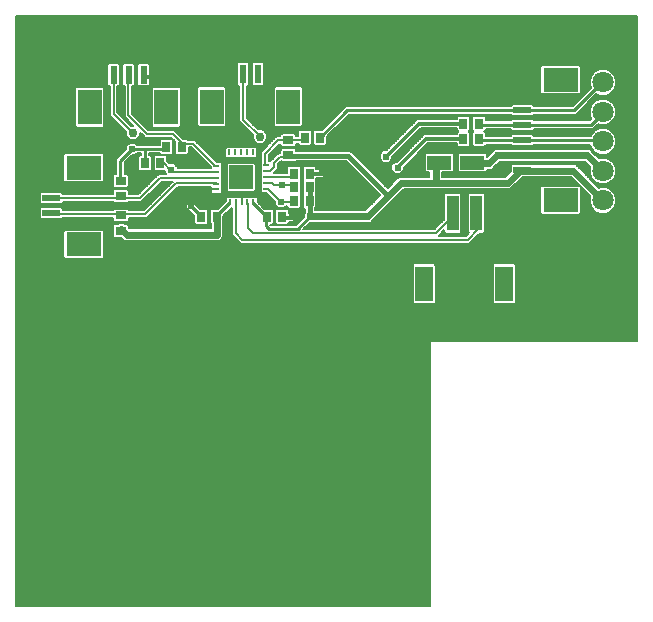
<source format=gtl>
G75*
%MOIN*%
%OFA0B0*%
%FSLAX25Y25*%
%IPPOS*%
%LPD*%
%AMOC8*
5,1,8,0,0,1.08239X$1,22.5*
%
%ADD10C,0.00600*%
%ADD11R,0.07874X0.07874*%
%ADD12R,0.00984X0.01969*%
%ADD13R,0.01969X0.00984*%
%ADD14R,0.11801X0.07876*%
%ADD15R,0.05906X0.02362*%
%ADD16R,0.07876X0.11801*%
%ADD17R,0.02362X0.05906*%
%ADD18R,0.05912X0.11814*%
%ADD19R,0.03961X0.11806*%
%ADD20R,0.02756X0.03543*%
%ADD21R,0.03543X0.02756*%
%ADD22R,0.07874X0.04724*%
%ADD23C,0.07087*%
%ADD24C,0.02978*%
%ADD25C,0.02387*%
%ADD26C,0.01200*%
%ADD27C,0.00800*%
%ADD28C,0.01000*%
%ADD29C,0.02400*%
%ADD30C,0.01600*%
D10*
X0001300Y0001300D02*
X0001300Y0198150D01*
X0207993Y0198150D01*
X0207993Y0089883D01*
X0139095Y0089883D01*
X0139095Y0001300D01*
X0001300Y0001300D01*
X0001300Y0001475D02*
X0139095Y0001475D01*
X0139095Y0002074D02*
X0001300Y0002074D01*
X0001300Y0002672D02*
X0139095Y0002672D01*
X0139095Y0003271D02*
X0001300Y0003271D01*
X0001300Y0003869D02*
X0139095Y0003869D01*
X0139095Y0004468D02*
X0001300Y0004468D01*
X0001300Y0005066D02*
X0139095Y0005066D01*
X0139095Y0005665D02*
X0001300Y0005665D01*
X0001300Y0006263D02*
X0139095Y0006263D01*
X0139095Y0006862D02*
X0001300Y0006862D01*
X0001300Y0007460D02*
X0139095Y0007460D01*
X0139095Y0008059D02*
X0001300Y0008059D01*
X0001300Y0008657D02*
X0139095Y0008657D01*
X0139095Y0009256D02*
X0001300Y0009256D01*
X0001300Y0009854D02*
X0139095Y0009854D01*
X0139095Y0010453D02*
X0001300Y0010453D01*
X0001300Y0011051D02*
X0139095Y0011051D01*
X0139095Y0011650D02*
X0001300Y0011650D01*
X0001300Y0012248D02*
X0139095Y0012248D01*
X0139095Y0012847D02*
X0001300Y0012847D01*
X0001300Y0013445D02*
X0139095Y0013445D01*
X0139095Y0014044D02*
X0001300Y0014044D01*
X0001300Y0014642D02*
X0139095Y0014642D01*
X0139095Y0015241D02*
X0001300Y0015241D01*
X0001300Y0015839D02*
X0139095Y0015839D01*
X0139095Y0016438D02*
X0001300Y0016438D01*
X0001300Y0017036D02*
X0139095Y0017036D01*
X0139095Y0017635D02*
X0001300Y0017635D01*
X0001300Y0018233D02*
X0139095Y0018233D01*
X0139095Y0018832D02*
X0001300Y0018832D01*
X0001300Y0019430D02*
X0139095Y0019430D01*
X0139095Y0020029D02*
X0001300Y0020029D01*
X0001300Y0020627D02*
X0139095Y0020627D01*
X0139095Y0021226D02*
X0001300Y0021226D01*
X0001300Y0021824D02*
X0139095Y0021824D01*
X0139095Y0022423D02*
X0001300Y0022423D01*
X0001300Y0023021D02*
X0139095Y0023021D01*
X0139095Y0023620D02*
X0001300Y0023620D01*
X0001300Y0024218D02*
X0139095Y0024218D01*
X0139095Y0024817D02*
X0001300Y0024817D01*
X0001300Y0025415D02*
X0139095Y0025415D01*
X0139095Y0026014D02*
X0001300Y0026014D01*
X0001300Y0026612D02*
X0139095Y0026612D01*
X0139095Y0027211D02*
X0001300Y0027211D01*
X0001300Y0027810D02*
X0139095Y0027810D01*
X0139095Y0028408D02*
X0001300Y0028408D01*
X0001300Y0029007D02*
X0139095Y0029007D01*
X0139095Y0029605D02*
X0001300Y0029605D01*
X0001300Y0030204D02*
X0139095Y0030204D01*
X0139095Y0030802D02*
X0001300Y0030802D01*
X0001300Y0031401D02*
X0139095Y0031401D01*
X0139095Y0031999D02*
X0001300Y0031999D01*
X0001300Y0032598D02*
X0139095Y0032598D01*
X0139095Y0033196D02*
X0001300Y0033196D01*
X0001300Y0033795D02*
X0139095Y0033795D01*
X0139095Y0034393D02*
X0001300Y0034393D01*
X0001300Y0034992D02*
X0139095Y0034992D01*
X0139095Y0035590D02*
X0001300Y0035590D01*
X0001300Y0036189D02*
X0139095Y0036189D01*
X0139095Y0036787D02*
X0001300Y0036787D01*
X0001300Y0037386D02*
X0139095Y0037386D01*
X0139095Y0037984D02*
X0001300Y0037984D01*
X0001300Y0038583D02*
X0139095Y0038583D01*
X0139095Y0039181D02*
X0001300Y0039181D01*
X0001300Y0039780D02*
X0139095Y0039780D01*
X0139095Y0040378D02*
X0001300Y0040378D01*
X0001300Y0040977D02*
X0139095Y0040977D01*
X0139095Y0041575D02*
X0001300Y0041575D01*
X0001300Y0042174D02*
X0139095Y0042174D01*
X0139095Y0042772D02*
X0001300Y0042772D01*
X0001300Y0043371D02*
X0139095Y0043371D01*
X0139095Y0043969D02*
X0001300Y0043969D01*
X0001300Y0044568D02*
X0139095Y0044568D01*
X0139095Y0045166D02*
X0001300Y0045166D01*
X0001300Y0045765D02*
X0139095Y0045765D01*
X0139095Y0046363D02*
X0001300Y0046363D01*
X0001300Y0046962D02*
X0139095Y0046962D01*
X0139095Y0047560D02*
X0001300Y0047560D01*
X0001300Y0048159D02*
X0139095Y0048159D01*
X0139095Y0048757D02*
X0001300Y0048757D01*
X0001300Y0049356D02*
X0139095Y0049356D01*
X0139095Y0049954D02*
X0001300Y0049954D01*
X0001300Y0050553D02*
X0139095Y0050553D01*
X0139095Y0051151D02*
X0001300Y0051151D01*
X0001300Y0051750D02*
X0139095Y0051750D01*
X0139095Y0052348D02*
X0001300Y0052348D01*
X0001300Y0052947D02*
X0139095Y0052947D01*
X0139095Y0053545D02*
X0001300Y0053545D01*
X0001300Y0054144D02*
X0139095Y0054144D01*
X0139095Y0054743D02*
X0001300Y0054743D01*
X0001300Y0055341D02*
X0139095Y0055341D01*
X0139095Y0055940D02*
X0001300Y0055940D01*
X0001300Y0056538D02*
X0139095Y0056538D01*
X0139095Y0057137D02*
X0001300Y0057137D01*
X0001300Y0057735D02*
X0139095Y0057735D01*
X0139095Y0058334D02*
X0001300Y0058334D01*
X0001300Y0058932D02*
X0139095Y0058932D01*
X0139095Y0059531D02*
X0001300Y0059531D01*
X0001300Y0060129D02*
X0139095Y0060129D01*
X0139095Y0060728D02*
X0001300Y0060728D01*
X0001300Y0061326D02*
X0139095Y0061326D01*
X0139095Y0061925D02*
X0001300Y0061925D01*
X0001300Y0062523D02*
X0139095Y0062523D01*
X0139095Y0063122D02*
X0001300Y0063122D01*
X0001300Y0063720D02*
X0139095Y0063720D01*
X0139095Y0064319D02*
X0001300Y0064319D01*
X0001300Y0064917D02*
X0139095Y0064917D01*
X0139095Y0065516D02*
X0001300Y0065516D01*
X0001300Y0066114D02*
X0139095Y0066114D01*
X0139095Y0066713D02*
X0001300Y0066713D01*
X0001300Y0067311D02*
X0139095Y0067311D01*
X0139095Y0067910D02*
X0001300Y0067910D01*
X0001300Y0068508D02*
X0139095Y0068508D01*
X0139095Y0069107D02*
X0001300Y0069107D01*
X0001300Y0069705D02*
X0139095Y0069705D01*
X0139095Y0070304D02*
X0001300Y0070304D01*
X0001300Y0070902D02*
X0139095Y0070902D01*
X0139095Y0071501D02*
X0001300Y0071501D01*
X0001300Y0072099D02*
X0139095Y0072099D01*
X0139095Y0072698D02*
X0001300Y0072698D01*
X0001300Y0073296D02*
X0139095Y0073296D01*
X0139095Y0073895D02*
X0001300Y0073895D01*
X0001300Y0074493D02*
X0139095Y0074493D01*
X0139095Y0075092D02*
X0001300Y0075092D01*
X0001300Y0075690D02*
X0139095Y0075690D01*
X0139095Y0076289D02*
X0001300Y0076289D01*
X0001300Y0076887D02*
X0139095Y0076887D01*
X0139095Y0077486D02*
X0001300Y0077486D01*
X0001300Y0078084D02*
X0139095Y0078084D01*
X0139095Y0078683D02*
X0001300Y0078683D01*
X0001300Y0079281D02*
X0139095Y0079281D01*
X0139095Y0079880D02*
X0001300Y0079880D01*
X0001300Y0080479D02*
X0139095Y0080479D01*
X0139095Y0081077D02*
X0001300Y0081077D01*
X0001300Y0081676D02*
X0139095Y0081676D01*
X0139095Y0082274D02*
X0001300Y0082274D01*
X0001300Y0082873D02*
X0139095Y0082873D01*
X0139095Y0083471D02*
X0001300Y0083471D01*
X0001300Y0084070D02*
X0139095Y0084070D01*
X0139095Y0084668D02*
X0001300Y0084668D01*
X0001300Y0085267D02*
X0139095Y0085267D01*
X0139095Y0085865D02*
X0001300Y0085865D01*
X0001300Y0086464D02*
X0139095Y0086464D01*
X0139095Y0087062D02*
X0001300Y0087062D01*
X0001300Y0087661D02*
X0139095Y0087661D01*
X0139095Y0088259D02*
X0001300Y0088259D01*
X0001300Y0088858D02*
X0139095Y0088858D01*
X0139095Y0089456D02*
X0001300Y0089456D01*
X0001300Y0090055D02*
X0207993Y0090055D01*
X0207993Y0090653D02*
X0001300Y0090653D01*
X0001300Y0091252D02*
X0207993Y0091252D01*
X0207993Y0091850D02*
X0001300Y0091850D01*
X0001300Y0092449D02*
X0207993Y0092449D01*
X0207993Y0093047D02*
X0001300Y0093047D01*
X0001300Y0093646D02*
X0207993Y0093646D01*
X0207993Y0094244D02*
X0001300Y0094244D01*
X0001300Y0094843D02*
X0207993Y0094843D01*
X0207993Y0095441D02*
X0001300Y0095441D01*
X0001300Y0096040D02*
X0207993Y0096040D01*
X0207993Y0096638D02*
X0001300Y0096638D01*
X0001300Y0097237D02*
X0207993Y0097237D01*
X0207993Y0097835D02*
X0001300Y0097835D01*
X0001300Y0098434D02*
X0207993Y0098434D01*
X0207993Y0099032D02*
X0001300Y0099032D01*
X0001300Y0099631D02*
X0207993Y0099631D01*
X0207993Y0100229D02*
X0001300Y0100229D01*
X0001300Y0100828D02*
X0207993Y0100828D01*
X0207993Y0101426D02*
X0001300Y0101426D01*
X0001300Y0102025D02*
X0133802Y0102025D01*
X0133869Y0101958D02*
X0140526Y0101958D01*
X0141054Y0102485D01*
X0141054Y0115044D01*
X0140526Y0115571D01*
X0133869Y0115571D01*
X0133342Y0115044D01*
X0133342Y0102485D01*
X0133869Y0101958D01*
X0133342Y0102623D02*
X0001300Y0102623D01*
X0001300Y0103222D02*
X0133342Y0103222D01*
X0133342Y0103820D02*
X0001300Y0103820D01*
X0001300Y0104419D02*
X0133342Y0104419D01*
X0133342Y0105017D02*
X0001300Y0105017D01*
X0001300Y0105616D02*
X0133342Y0105616D01*
X0133342Y0106214D02*
X0001300Y0106214D01*
X0001300Y0106813D02*
X0133342Y0106813D01*
X0133342Y0107412D02*
X0001300Y0107412D01*
X0001300Y0108010D02*
X0133342Y0108010D01*
X0133342Y0108609D02*
X0001300Y0108609D01*
X0001300Y0109207D02*
X0133342Y0109207D01*
X0133342Y0109806D02*
X0001300Y0109806D01*
X0001300Y0110404D02*
X0133342Y0110404D01*
X0133342Y0111003D02*
X0001300Y0111003D01*
X0001300Y0111601D02*
X0133342Y0111601D01*
X0133342Y0112200D02*
X0001300Y0112200D01*
X0001300Y0112798D02*
X0133342Y0112798D01*
X0133342Y0113397D02*
X0001300Y0113397D01*
X0001300Y0113995D02*
X0133342Y0113995D01*
X0133342Y0114594D02*
X0001300Y0114594D01*
X0001300Y0115192D02*
X0133490Y0115192D01*
X0140906Y0115192D02*
X0160248Y0115192D01*
X0160102Y0115046D02*
X0160102Y0102487D01*
X0160629Y0101960D01*
X0167287Y0101960D01*
X0167814Y0102487D01*
X0167814Y0115046D01*
X0167287Y0115574D01*
X0160629Y0115574D01*
X0160102Y0115046D01*
X0160102Y0114594D02*
X0141054Y0114594D01*
X0141054Y0113995D02*
X0160102Y0113995D01*
X0160102Y0113397D02*
X0141054Y0113397D01*
X0141054Y0112798D02*
X0160102Y0112798D01*
X0160102Y0112200D02*
X0141054Y0112200D01*
X0141054Y0111601D02*
X0160102Y0111601D01*
X0160102Y0111003D02*
X0141054Y0111003D01*
X0141054Y0110404D02*
X0160102Y0110404D01*
X0160102Y0109806D02*
X0141054Y0109806D01*
X0141054Y0109207D02*
X0160102Y0109207D01*
X0160102Y0108609D02*
X0141054Y0108609D01*
X0141054Y0108010D02*
X0160102Y0108010D01*
X0160102Y0107412D02*
X0141054Y0107412D01*
X0141054Y0106813D02*
X0160102Y0106813D01*
X0160102Y0106214D02*
X0141054Y0106214D01*
X0141054Y0105616D02*
X0160102Y0105616D01*
X0160102Y0105017D02*
X0141054Y0105017D01*
X0141054Y0104419D02*
X0160102Y0104419D01*
X0160102Y0103820D02*
X0141054Y0103820D01*
X0141054Y0103222D02*
X0160102Y0103222D01*
X0160102Y0102623D02*
X0141054Y0102623D01*
X0140594Y0102025D02*
X0160564Y0102025D01*
X0167352Y0102025D02*
X0207993Y0102025D01*
X0207993Y0102623D02*
X0167814Y0102623D01*
X0167814Y0103222D02*
X0207993Y0103222D01*
X0207993Y0103820D02*
X0167814Y0103820D01*
X0167814Y0104419D02*
X0207993Y0104419D01*
X0207993Y0105017D02*
X0167814Y0105017D01*
X0167814Y0105616D02*
X0207993Y0105616D01*
X0207993Y0106214D02*
X0167814Y0106214D01*
X0167814Y0106813D02*
X0207993Y0106813D01*
X0207993Y0107412D02*
X0167814Y0107412D01*
X0167814Y0108010D02*
X0207993Y0108010D01*
X0207993Y0108609D02*
X0167814Y0108609D01*
X0167814Y0109207D02*
X0207993Y0109207D01*
X0207993Y0109806D02*
X0167814Y0109806D01*
X0167814Y0110404D02*
X0207993Y0110404D01*
X0207993Y0111003D02*
X0167814Y0111003D01*
X0167814Y0111601D02*
X0207993Y0111601D01*
X0207993Y0112200D02*
X0167814Y0112200D01*
X0167814Y0112798D02*
X0207993Y0112798D01*
X0207993Y0113397D02*
X0167814Y0113397D01*
X0167814Y0113995D02*
X0207993Y0113995D01*
X0207993Y0114594D02*
X0167814Y0114594D01*
X0167668Y0115192D02*
X0207993Y0115192D01*
X0207993Y0115791D02*
X0001300Y0115791D01*
X0001300Y0116389D02*
X0207993Y0116389D01*
X0207993Y0116988D02*
X0001300Y0116988D01*
X0001300Y0117586D02*
X0016954Y0117586D01*
X0016938Y0117602D02*
X0017465Y0117075D01*
X0030012Y0117075D01*
X0030539Y0117602D01*
X0030539Y0126224D01*
X0030012Y0126751D01*
X0017465Y0126751D01*
X0016938Y0126224D01*
X0016938Y0117602D01*
X0016938Y0118185D02*
X0001300Y0118185D01*
X0001300Y0118783D02*
X0016938Y0118783D01*
X0016938Y0119382D02*
X0001300Y0119382D01*
X0001300Y0119980D02*
X0016938Y0119980D01*
X0016938Y0120579D02*
X0001300Y0120579D01*
X0001300Y0121177D02*
X0016938Y0121177D01*
X0016938Y0121776D02*
X0001300Y0121776D01*
X0001300Y0122374D02*
X0016938Y0122374D01*
X0016938Y0122973D02*
X0001300Y0122973D01*
X0001300Y0123571D02*
X0016938Y0123571D01*
X0016938Y0124170D02*
X0001300Y0124170D01*
X0001300Y0124768D02*
X0016938Y0124768D01*
X0016938Y0125367D02*
X0001300Y0125367D01*
X0001300Y0125965D02*
X0016938Y0125965D01*
X0017277Y0126564D02*
X0001300Y0126564D01*
X0001300Y0127162D02*
X0033357Y0127162D01*
X0033357Y0126564D02*
X0030199Y0126564D01*
X0030539Y0125965D02*
X0033357Y0125965D01*
X0033357Y0125367D02*
X0030539Y0125367D01*
X0030539Y0124768D02*
X0033357Y0124768D01*
X0033357Y0124699D02*
X0033884Y0124172D01*
X0036057Y0124172D01*
X0036599Y0123644D01*
X0037205Y0123039D01*
X0037221Y0123039D01*
X0037232Y0123027D01*
X0038088Y0123039D01*
X0069064Y0123039D01*
X0070294Y0124269D01*
X0070294Y0129056D01*
X0070312Y0129074D01*
X0070312Y0131466D01*
X0073063Y0134067D01*
X0073063Y0125165D01*
X0075264Y0122963D01*
X0076025Y0122202D01*
X0152306Y0122202D01*
X0155639Y0125535D01*
X0156894Y0125535D01*
X0157421Y0126062D01*
X0157421Y0138614D01*
X0156894Y0139141D01*
X0152187Y0139141D01*
X0151660Y0138614D01*
X0151660Y0126062D01*
X0152074Y0125647D01*
X0151229Y0124802D01*
X0141984Y0124802D01*
X0143817Y0126635D01*
X0143817Y0126054D01*
X0144344Y0125527D01*
X0149051Y0125527D01*
X0149578Y0126054D01*
X0149578Y0138606D01*
X0149051Y0139133D01*
X0144344Y0139133D01*
X0143817Y0138606D01*
X0143817Y0130312D01*
X0140458Y0126953D01*
X0096870Y0126953D01*
X0099114Y0129213D01*
X0099950Y0129213D01*
X0099951Y0129215D01*
X0117595Y0129190D01*
X0117596Y0129189D01*
X0118467Y0129189D01*
X0119333Y0129188D01*
X0119334Y0129189D01*
X0119335Y0129189D01*
X0119951Y0129804D01*
X0120564Y0130416D01*
X0120564Y0130418D01*
X0130409Y0140262D01*
X0165887Y0140262D01*
X0170058Y0144433D01*
X0186001Y0144433D01*
X0192533Y0137902D01*
X0192346Y0137451D01*
X0192346Y0135683D01*
X0193022Y0134050D01*
X0194272Y0132800D01*
X0195905Y0132124D01*
X0197673Y0132124D01*
X0199306Y0132800D01*
X0200556Y0134050D01*
X0201233Y0135683D01*
X0201233Y0137451D01*
X0200556Y0139084D01*
X0199306Y0140334D01*
X0197673Y0141010D01*
X0195905Y0141010D01*
X0195523Y0140852D01*
X0187741Y0148633D01*
X0173385Y0148633D01*
X0173265Y0148753D01*
X0166614Y0148753D01*
X0166086Y0148226D01*
X0166086Y0146401D01*
X0164147Y0144462D01*
X0143103Y0144462D01*
X0143103Y0145944D01*
X0146473Y0145944D01*
X0147000Y0146472D01*
X0147000Y0151942D01*
X0146473Y0152469D01*
X0137853Y0152469D01*
X0137326Y0151942D01*
X0137326Y0146472D01*
X0137853Y0145944D01*
X0138903Y0145944D01*
X0138903Y0144462D01*
X0128669Y0144462D01*
X0127439Y0143232D01*
X0125021Y0140815D01*
X0113608Y0152228D01*
X0112612Y0153224D01*
X0094648Y0153224D01*
X0094648Y0153393D01*
X0094121Y0153920D01*
X0089832Y0153920D01*
X0089305Y0153393D01*
X0089305Y0152479D01*
X0088682Y0152479D01*
X0087920Y0151717D01*
X0085963Y0149760D01*
X0085963Y0149623D01*
X0085892Y0149694D01*
X0085372Y0149694D01*
X0085372Y0151677D01*
X0089101Y0155407D01*
X0089305Y0155407D01*
X0089305Y0155010D01*
X0089832Y0154482D01*
X0094121Y0154482D01*
X0094648Y0155010D01*
X0094648Y0155407D01*
X0095157Y0155407D01*
X0095157Y0155273D01*
X0095684Y0154746D01*
X0099185Y0154746D01*
X0099713Y0155273D01*
X0099713Y0159562D01*
X0099185Y0160089D01*
X0095684Y0160089D01*
X0095157Y0159562D01*
X0095157Y0158007D01*
X0094648Y0158007D01*
X0094648Y0158511D01*
X0094121Y0159038D01*
X0089832Y0159038D01*
X0089305Y0158511D01*
X0089305Y0158007D01*
X0088024Y0158007D01*
X0087263Y0157245D01*
X0082772Y0152754D01*
X0082772Y0149288D01*
X0082651Y0149167D01*
X0082651Y0147437D01*
X0082770Y0147317D01*
X0082651Y0147198D01*
X0082651Y0145468D01*
X0082770Y0145349D01*
X0082651Y0145230D01*
X0082651Y0143500D01*
X0082770Y0143380D01*
X0082651Y0143261D01*
X0082651Y0141531D01*
X0082770Y0141412D01*
X0082651Y0141293D01*
X0082651Y0139563D01*
X0083178Y0139036D01*
X0084589Y0139036D01*
X0087421Y0136203D01*
X0087421Y0135134D01*
X0088648Y0133908D01*
X0090382Y0133908D01*
X0091122Y0134648D01*
X0091613Y0134648D01*
X0091613Y0134388D01*
X0092140Y0133861D01*
X0095642Y0133861D01*
X0096169Y0134388D01*
X0096169Y0138677D01*
X0096032Y0138814D01*
X0096169Y0138951D01*
X0096169Y0143240D01*
X0096129Y0143279D01*
X0096169Y0143319D01*
X0096169Y0147608D01*
X0095642Y0148135D01*
X0092140Y0148135D01*
X0091613Y0147608D01*
X0091613Y0145668D01*
X0087157Y0145668D01*
X0087801Y0146313D01*
X0088563Y0147074D01*
X0088563Y0148683D01*
X0089538Y0149658D01*
X0089832Y0149364D01*
X0094121Y0149364D01*
X0094580Y0149824D01*
X0111204Y0149824D01*
X0122617Y0138410D01*
X0117597Y0133390D01*
X0100853Y0133413D01*
X0100853Y0133955D01*
X0101287Y0134388D01*
X0101287Y0138677D01*
X0101150Y0138814D01*
X0101287Y0138951D01*
X0101287Y0143240D01*
X0101247Y0143279D01*
X0101287Y0143319D01*
X0101287Y0143960D01*
X0103326Y0143960D01*
X0104436Y0145071D01*
X0104436Y0146313D01*
X0103558Y0147192D01*
X0102315Y0147192D01*
X0102083Y0146960D01*
X0101287Y0146960D01*
X0101287Y0147608D01*
X0100760Y0148135D01*
X0097258Y0148135D01*
X0096731Y0147608D01*
X0096731Y0143319D01*
X0096771Y0143279D01*
X0096731Y0143240D01*
X0096731Y0138951D01*
X0096868Y0138814D01*
X0096731Y0138677D01*
X0096731Y0134388D01*
X0097258Y0133861D01*
X0097453Y0133861D01*
X0097453Y0132638D01*
X0096989Y0132174D01*
X0096989Y0131046D01*
X0094496Y0128536D01*
X0085968Y0128536D01*
X0085958Y0128546D01*
X0086465Y0128546D01*
X0086992Y0129074D01*
X0086992Y0133362D01*
X0086465Y0133890D01*
X0083967Y0133890D01*
X0081665Y0136191D01*
X0081665Y0137351D01*
X0081138Y0137878D01*
X0079408Y0137878D01*
X0079289Y0137759D01*
X0079170Y0137878D01*
X0077440Y0137878D01*
X0077321Y0137759D01*
X0077201Y0137878D01*
X0075471Y0137878D01*
X0075352Y0137759D01*
X0075233Y0137878D01*
X0073503Y0137878D01*
X0073384Y0137759D01*
X0073264Y0137878D01*
X0071534Y0137878D01*
X0071007Y0137351D01*
X0071007Y0136252D01*
X0068508Y0133890D01*
X0066283Y0133890D01*
X0065756Y0133362D01*
X0065756Y0129074D01*
X0066094Y0128735D01*
X0066094Y0127239D01*
X0038928Y0127239D01*
X0038700Y0127461D01*
X0038700Y0128201D01*
X0038173Y0128728D01*
X0037400Y0128728D01*
X0037109Y0129011D01*
X0035370Y0128988D01*
X0035116Y0128728D01*
X0033884Y0128728D01*
X0033357Y0128201D01*
X0033357Y0124699D01*
X0036060Y0124170D02*
X0030539Y0124170D01*
X0030539Y0123571D02*
X0036672Y0123571D01*
X0030539Y0122973D02*
X0075255Y0122973D01*
X0075853Y0122374D02*
X0030539Y0122374D01*
X0030539Y0121776D02*
X0207993Y0121776D01*
X0207993Y0122374D02*
X0152478Y0122374D01*
X0153077Y0122973D02*
X0207993Y0122973D01*
X0207993Y0123571D02*
X0153675Y0123571D01*
X0154274Y0124170D02*
X0207993Y0124170D01*
X0207993Y0124768D02*
X0154872Y0124768D01*
X0155471Y0125367D02*
X0207993Y0125367D01*
X0207993Y0125965D02*
X0157325Y0125965D01*
X0157421Y0126564D02*
X0207993Y0126564D01*
X0207993Y0127162D02*
X0157421Y0127162D01*
X0157421Y0127761D02*
X0207993Y0127761D01*
X0207993Y0128359D02*
X0157421Y0128359D01*
X0157421Y0128958D02*
X0207993Y0128958D01*
X0207993Y0129556D02*
X0157421Y0129556D01*
X0157421Y0130155D02*
X0207993Y0130155D01*
X0207993Y0130753D02*
X0157421Y0130753D01*
X0157421Y0131352D02*
X0207993Y0131352D01*
X0207993Y0131950D02*
X0189105Y0131950D01*
X0188929Y0131774D02*
X0189457Y0132302D01*
X0189457Y0140923D01*
X0188929Y0141451D01*
X0176383Y0141451D01*
X0175855Y0140923D01*
X0175855Y0132302D01*
X0176383Y0131774D01*
X0188929Y0131774D01*
X0189457Y0132549D02*
X0194878Y0132549D01*
X0193925Y0133148D02*
X0189457Y0133148D01*
X0189457Y0133746D02*
X0193326Y0133746D01*
X0192900Y0134345D02*
X0189457Y0134345D01*
X0189457Y0134943D02*
X0192652Y0134943D01*
X0192405Y0135542D02*
X0189457Y0135542D01*
X0189457Y0136140D02*
X0192346Y0136140D01*
X0192346Y0136739D02*
X0189457Y0136739D01*
X0189457Y0137337D02*
X0192346Y0137337D01*
X0192499Y0137936D02*
X0189457Y0137936D01*
X0189457Y0138534D02*
X0191901Y0138534D01*
X0191302Y0139133D02*
X0189457Y0139133D01*
X0189457Y0139731D02*
X0190704Y0139731D01*
X0190105Y0140330D02*
X0189457Y0140330D01*
X0189452Y0140928D02*
X0189507Y0140928D01*
X0188908Y0141527D02*
X0167152Y0141527D01*
X0167750Y0142125D02*
X0188310Y0142125D01*
X0187711Y0142724D02*
X0168349Y0142724D01*
X0168947Y0143322D02*
X0187113Y0143322D01*
X0186514Y0143921D02*
X0169546Y0143921D01*
X0166553Y0140928D02*
X0175860Y0140928D01*
X0175855Y0140330D02*
X0165955Y0140330D01*
X0164204Y0144519D02*
X0143103Y0144519D01*
X0143103Y0145118D02*
X0164803Y0145118D01*
X0165402Y0145716D02*
X0143103Y0145716D01*
X0146843Y0146315D02*
X0148506Y0146315D01*
X0148350Y0146472D02*
X0148877Y0145944D01*
X0157496Y0145944D01*
X0158024Y0146472D01*
X0158024Y0146825D01*
X0159715Y0146825D01*
X0160945Y0148055D01*
X0162440Y0149550D01*
X0190673Y0149550D01*
X0192517Y0147707D01*
X0192346Y0147293D01*
X0192346Y0145526D01*
X0193022Y0143892D01*
X0194272Y0142643D01*
X0195905Y0141966D01*
X0197673Y0141966D01*
X0199306Y0142643D01*
X0200556Y0143892D01*
X0201233Y0145526D01*
X0201233Y0147293D01*
X0200556Y0148926D01*
X0199306Y0150176D01*
X0197673Y0150853D01*
X0195905Y0150853D01*
X0195485Y0150679D01*
X0193643Y0152520D01*
X0192413Y0153750D01*
X0173268Y0153750D01*
X0173265Y0153753D01*
X0166614Y0153753D01*
X0166611Y0153750D01*
X0160700Y0153750D01*
X0158024Y0151073D01*
X0158024Y0151942D01*
X0157496Y0152469D01*
X0148877Y0152469D01*
X0148350Y0151942D01*
X0148350Y0146472D01*
X0148350Y0146913D02*
X0147000Y0146913D01*
X0147000Y0147512D02*
X0148350Y0147512D01*
X0148350Y0148110D02*
X0147000Y0148110D01*
X0147000Y0148709D02*
X0148350Y0148709D01*
X0148350Y0149307D02*
X0147000Y0149307D01*
X0147000Y0149906D02*
X0148350Y0149906D01*
X0148350Y0150504D02*
X0147000Y0150504D01*
X0147000Y0151103D02*
X0148350Y0151103D01*
X0148350Y0151701D02*
X0147000Y0151701D01*
X0146642Y0152300D02*
X0148708Y0152300D01*
X0148551Y0154371D02*
X0152052Y0154371D01*
X0152580Y0154898D01*
X0152580Y0159187D01*
X0152188Y0159578D01*
X0152580Y0159970D01*
X0152580Y0164258D01*
X0152052Y0164786D01*
X0148551Y0164786D01*
X0148024Y0164258D01*
X0148024Y0163582D01*
X0134814Y0163582D01*
X0124541Y0153309D01*
X0123605Y0153309D01*
X0122378Y0152082D01*
X0122378Y0150348D01*
X0123605Y0149121D01*
X0125339Y0149121D01*
X0126566Y0150348D01*
X0126566Y0151091D01*
X0136057Y0160582D01*
X0148024Y0160582D01*
X0148024Y0159970D01*
X0148415Y0159578D01*
X0148024Y0159187D01*
X0148024Y0158581D01*
X0137216Y0158581D01*
X0128193Y0149558D01*
X0127449Y0149558D01*
X0126223Y0148331D01*
X0126223Y0146597D01*
X0127449Y0145371D01*
X0129184Y0145371D01*
X0130410Y0146597D01*
X0130410Y0147533D01*
X0138459Y0155581D01*
X0148024Y0155581D01*
X0148024Y0154898D01*
X0148551Y0154371D01*
X0148228Y0154694D02*
X0137571Y0154694D01*
X0136973Y0154095D02*
X0192873Y0154095D01*
X0193022Y0153735D02*
X0194272Y0152485D01*
X0195905Y0151809D01*
X0197673Y0151809D01*
X0199306Y0152485D01*
X0200556Y0153735D01*
X0201233Y0155368D01*
X0201233Y0157136D01*
X0200556Y0158769D01*
X0199306Y0160019D01*
X0197673Y0160695D01*
X0195905Y0160695D01*
X0194272Y0160019D01*
X0193022Y0158769D01*
X0192704Y0158000D01*
X0173792Y0158000D01*
X0173792Y0158226D01*
X0173265Y0158753D01*
X0166614Y0158753D01*
X0166086Y0158226D01*
X0166086Y0158000D01*
X0157698Y0158000D01*
X0157698Y0159187D01*
X0157306Y0159578D01*
X0157698Y0159970D01*
X0157698Y0160490D01*
X0166086Y0160490D01*
X0166086Y0160118D01*
X0166614Y0159591D01*
X0173265Y0159591D01*
X0173792Y0160118D01*
X0173792Y0160490D01*
X0193521Y0160490D01*
X0195041Y0162009D01*
X0195905Y0161651D01*
X0197673Y0161651D01*
X0199306Y0162328D01*
X0200556Y0163578D01*
X0201233Y0165211D01*
X0201233Y0166978D01*
X0200556Y0168611D01*
X0199306Y0169861D01*
X0197673Y0170538D01*
X0195905Y0170538D01*
X0194272Y0169861D01*
X0193022Y0168611D01*
X0192346Y0166978D01*
X0192346Y0165211D01*
X0192913Y0163842D01*
X0192361Y0163290D01*
X0173729Y0163290D01*
X0173265Y0163753D01*
X0166614Y0163753D01*
X0166150Y0163290D01*
X0157698Y0163290D01*
X0157698Y0164258D01*
X0157171Y0164786D01*
X0153669Y0164786D01*
X0153142Y0164258D01*
X0153142Y0159970D01*
X0153533Y0159578D01*
X0153142Y0159187D01*
X0153142Y0154898D01*
X0153669Y0154371D01*
X0157171Y0154371D01*
X0157698Y0154898D01*
X0157698Y0155200D01*
X0166086Y0155200D01*
X0166086Y0155118D01*
X0166614Y0154591D01*
X0173265Y0154591D01*
X0173792Y0155118D01*
X0173792Y0155200D01*
X0192415Y0155200D01*
X0193022Y0153735D01*
X0193261Y0153497D02*
X0192666Y0153497D01*
X0193265Y0152898D02*
X0193859Y0152898D01*
X0193863Y0152300D02*
X0194719Y0152300D01*
X0194462Y0151701D02*
X0207993Y0151701D01*
X0207993Y0151103D02*
X0195061Y0151103D01*
X0198514Y0150504D02*
X0207993Y0150504D01*
X0207993Y0149906D02*
X0199577Y0149906D01*
X0200175Y0149307D02*
X0207993Y0149307D01*
X0207993Y0148709D02*
X0200646Y0148709D01*
X0200894Y0148110D02*
X0207993Y0148110D01*
X0207993Y0147512D02*
X0201142Y0147512D01*
X0201233Y0146913D02*
X0207993Y0146913D01*
X0207993Y0146315D02*
X0201233Y0146315D01*
X0201233Y0145716D02*
X0207993Y0145716D01*
X0207993Y0145118D02*
X0201064Y0145118D01*
X0200816Y0144519D02*
X0207993Y0144519D01*
X0207993Y0143921D02*
X0200568Y0143921D01*
X0199986Y0143322D02*
X0207993Y0143322D01*
X0207993Y0142724D02*
X0199387Y0142724D01*
X0198057Y0142125D02*
X0207993Y0142125D01*
X0207993Y0141527D02*
X0194848Y0141527D01*
X0194249Y0142125D02*
X0195521Y0142125D01*
X0195446Y0140928D02*
X0195707Y0140928D01*
X0197871Y0140928D02*
X0207993Y0140928D01*
X0207993Y0140330D02*
X0199310Y0140330D01*
X0199909Y0139731D02*
X0207993Y0139731D01*
X0207993Y0139133D02*
X0200507Y0139133D01*
X0200784Y0138534D02*
X0207993Y0138534D01*
X0207993Y0137936D02*
X0201032Y0137936D01*
X0201233Y0137337D02*
X0207993Y0137337D01*
X0207993Y0136739D02*
X0201233Y0136739D01*
X0201233Y0136140D02*
X0207993Y0136140D01*
X0207993Y0135542D02*
X0201174Y0135542D01*
X0200926Y0134943D02*
X0207993Y0134943D01*
X0207993Y0134345D02*
X0200678Y0134345D01*
X0200252Y0133746D02*
X0207993Y0133746D01*
X0207993Y0133148D02*
X0199654Y0133148D01*
X0198700Y0132549D02*
X0207993Y0132549D01*
X0194191Y0142724D02*
X0193651Y0142724D01*
X0193593Y0143322D02*
X0193052Y0143322D01*
X0193011Y0143921D02*
X0192454Y0143921D01*
X0192763Y0144519D02*
X0191855Y0144519D01*
X0191257Y0145118D02*
X0192515Y0145118D01*
X0192346Y0145716D02*
X0190658Y0145716D01*
X0190060Y0146315D02*
X0192346Y0146315D01*
X0192346Y0146913D02*
X0189461Y0146913D01*
X0188863Y0147512D02*
X0192436Y0147512D01*
X0192113Y0148110D02*
X0188264Y0148110D01*
X0190916Y0149307D02*
X0162197Y0149307D01*
X0161599Y0148709D02*
X0166569Y0148709D01*
X0166086Y0148110D02*
X0161000Y0148110D01*
X0160402Y0147512D02*
X0166086Y0147512D01*
X0166086Y0146913D02*
X0159803Y0146913D01*
X0157867Y0146315D02*
X0166000Y0146315D01*
X0173309Y0148709D02*
X0191515Y0148709D01*
X0198859Y0152300D02*
X0207993Y0152300D01*
X0207993Y0152898D02*
X0199719Y0152898D01*
X0200318Y0153497D02*
X0207993Y0153497D01*
X0207993Y0154095D02*
X0200705Y0154095D01*
X0200953Y0154694D02*
X0207993Y0154694D01*
X0207993Y0155292D02*
X0201201Y0155292D01*
X0201233Y0155891D02*
X0207993Y0155891D01*
X0207993Y0156489D02*
X0201233Y0156489D01*
X0201233Y0157088D02*
X0207993Y0157088D01*
X0207993Y0157686D02*
X0201004Y0157686D01*
X0200757Y0158285D02*
X0207993Y0158285D01*
X0207993Y0158883D02*
X0200441Y0158883D01*
X0199843Y0159482D02*
X0207993Y0159482D01*
X0207993Y0160081D02*
X0199157Y0160081D01*
X0197712Y0160679D02*
X0207993Y0160679D01*
X0207993Y0161278D02*
X0194309Y0161278D01*
X0194907Y0161876D02*
X0195362Y0161876D01*
X0195866Y0160679D02*
X0193710Y0160679D01*
X0194421Y0160081D02*
X0173754Y0160081D01*
X0173733Y0158285D02*
X0192822Y0158285D01*
X0193137Y0158883D02*
X0157698Y0158883D01*
X0157698Y0158285D02*
X0166145Y0158285D01*
X0166124Y0160081D02*
X0157698Y0160081D01*
X0157403Y0159482D02*
X0193736Y0159482D01*
X0192625Y0154694D02*
X0173367Y0154694D01*
X0166511Y0154694D02*
X0157494Y0154694D01*
X0157665Y0152300D02*
X0159250Y0152300D01*
X0159848Y0152898D02*
X0135776Y0152898D01*
X0135177Y0152300D02*
X0137684Y0152300D01*
X0137326Y0151701D02*
X0134579Y0151701D01*
X0133980Y0151103D02*
X0137326Y0151103D01*
X0137326Y0150504D02*
X0133382Y0150504D01*
X0132783Y0149906D02*
X0137326Y0149906D01*
X0137326Y0149307D02*
X0132185Y0149307D01*
X0131586Y0148709D02*
X0137326Y0148709D01*
X0137326Y0148110D02*
X0130988Y0148110D01*
X0130410Y0147512D02*
X0137326Y0147512D01*
X0137326Y0146913D02*
X0130410Y0146913D01*
X0130128Y0146315D02*
X0137483Y0146315D01*
X0138903Y0145716D02*
X0129529Y0145716D01*
X0128128Y0143921D02*
X0121915Y0143921D01*
X0121317Y0144519D02*
X0138903Y0144519D01*
X0138903Y0145118D02*
X0120718Y0145118D01*
X0120120Y0145716D02*
X0127104Y0145716D01*
X0126505Y0146315D02*
X0119521Y0146315D01*
X0118923Y0146913D02*
X0126223Y0146913D01*
X0126223Y0147512D02*
X0118324Y0147512D01*
X0117726Y0148110D02*
X0126223Y0148110D01*
X0126600Y0148709D02*
X0117127Y0148709D01*
X0116529Y0149307D02*
X0123419Y0149307D01*
X0122820Y0149906D02*
X0115930Y0149906D01*
X0115332Y0150504D02*
X0122378Y0150504D01*
X0122378Y0151103D02*
X0114733Y0151103D01*
X0114135Y0151701D02*
X0122378Y0151701D01*
X0122596Y0152300D02*
X0113536Y0152300D01*
X0112938Y0152898D02*
X0123195Y0152898D01*
X0124729Y0153497D02*
X0094544Y0153497D01*
X0094332Y0154694D02*
X0125926Y0154694D01*
X0126525Y0155292D02*
X0104831Y0155292D01*
X0104831Y0155273D02*
X0104831Y0157949D01*
X0112100Y0165218D01*
X0166086Y0165218D01*
X0166086Y0165118D01*
X0166614Y0164591D01*
X0173265Y0164591D01*
X0173792Y0165118D01*
X0173792Y0165218D01*
X0187835Y0165218D01*
X0194636Y0172020D01*
X0195905Y0171494D01*
X0197673Y0171494D01*
X0199306Y0172170D01*
X0200556Y0173420D01*
X0201233Y0175053D01*
X0201233Y0176821D01*
X0200556Y0178454D01*
X0199306Y0179704D01*
X0197673Y0180380D01*
X0195905Y0180380D01*
X0194272Y0179704D01*
X0193022Y0178454D01*
X0192346Y0176821D01*
X0192346Y0175053D01*
X0192745Y0174089D01*
X0186675Y0168018D01*
X0173792Y0168018D01*
X0173792Y0168226D01*
X0173265Y0168753D01*
X0166614Y0168753D01*
X0166086Y0168226D01*
X0166086Y0168018D01*
X0110941Y0168018D01*
X0110121Y0167198D01*
X0103012Y0160089D01*
X0100802Y0160089D01*
X0100275Y0159562D01*
X0100275Y0155273D01*
X0100802Y0154746D01*
X0104303Y0154746D01*
X0104831Y0155273D01*
X0104831Y0155891D02*
X0127123Y0155891D01*
X0127722Y0156489D02*
X0104831Y0156489D01*
X0104831Y0157088D02*
X0128320Y0157088D01*
X0128919Y0157686D02*
X0104831Y0157686D01*
X0105167Y0158285D02*
X0129517Y0158285D01*
X0130116Y0158883D02*
X0105766Y0158883D01*
X0106364Y0159482D02*
X0130714Y0159482D01*
X0131313Y0160081D02*
X0106963Y0160081D01*
X0107561Y0160679D02*
X0131911Y0160679D01*
X0132510Y0161278D02*
X0108160Y0161278D01*
X0108758Y0161876D02*
X0133108Y0161876D01*
X0133707Y0162475D02*
X0109357Y0162475D01*
X0109955Y0163073D02*
X0134305Y0163073D01*
X0135555Y0160081D02*
X0148024Y0160081D01*
X0148319Y0159482D02*
X0134957Y0159482D01*
X0134358Y0158883D02*
X0148024Y0158883D01*
X0148024Y0155292D02*
X0138170Y0155292D01*
X0136374Y0153497D02*
X0160447Y0153497D01*
X0158651Y0151701D02*
X0158024Y0151701D01*
X0158024Y0151103D02*
X0158053Y0151103D01*
X0153346Y0154694D02*
X0152375Y0154694D01*
X0152580Y0155292D02*
X0153142Y0155292D01*
X0153142Y0155891D02*
X0152580Y0155891D01*
X0152580Y0156489D02*
X0153142Y0156489D01*
X0153142Y0157088D02*
X0152580Y0157088D01*
X0152580Y0157686D02*
X0153142Y0157686D01*
X0153142Y0158285D02*
X0152580Y0158285D01*
X0152580Y0158883D02*
X0153142Y0158883D01*
X0153437Y0159482D02*
X0152285Y0159482D01*
X0152580Y0160081D02*
X0153142Y0160081D01*
X0153142Y0160679D02*
X0152580Y0160679D01*
X0152580Y0161278D02*
X0153142Y0161278D01*
X0153142Y0161876D02*
X0152580Y0161876D01*
X0152580Y0162475D02*
X0153142Y0162475D01*
X0153142Y0163073D02*
X0152580Y0163073D01*
X0152580Y0163672D02*
X0153142Y0163672D01*
X0153153Y0164270D02*
X0152568Y0164270D01*
X0148035Y0164270D02*
X0111152Y0164270D01*
X0110554Y0163672D02*
X0148024Y0163672D01*
X0157698Y0163672D02*
X0166532Y0163672D01*
X0166336Y0164869D02*
X0111751Y0164869D01*
X0109587Y0166664D02*
X0096776Y0166664D01*
X0096776Y0166066D02*
X0108988Y0166066D01*
X0108389Y0165467D02*
X0096776Y0165467D01*
X0096776Y0164869D02*
X0107791Y0164869D01*
X0107192Y0164270D02*
X0096776Y0164270D01*
X0096776Y0163672D02*
X0106594Y0163672D01*
X0105995Y0163073D02*
X0096776Y0163073D01*
X0096776Y0162475D02*
X0105397Y0162475D01*
X0104798Y0161876D02*
X0096776Y0161876D01*
X0096776Y0161566D02*
X0096248Y0161039D01*
X0087627Y0161039D01*
X0087099Y0161566D01*
X0087099Y0174113D01*
X0087627Y0174640D01*
X0096248Y0174640D01*
X0096776Y0174113D01*
X0096776Y0161566D01*
X0096487Y0161278D02*
X0104200Y0161278D01*
X0103601Y0160679D02*
X0081472Y0160679D01*
X0081869Y0160282D02*
X0078114Y0164038D01*
X0078114Y0174862D01*
X0078342Y0174862D01*
X0078869Y0175389D01*
X0078869Y0182040D01*
X0078342Y0182568D01*
X0075234Y0182568D01*
X0074707Y0182040D01*
X0074707Y0175389D01*
X0075234Y0174862D01*
X0075514Y0174862D01*
X0075514Y0162961D01*
X0080031Y0158444D01*
X0080031Y0156904D01*
X0081430Y0155504D01*
X0083409Y0155504D01*
X0084809Y0156904D01*
X0084809Y0158883D01*
X0083409Y0160282D01*
X0081869Y0160282D01*
X0080874Y0161278D02*
X0087388Y0161278D01*
X0087099Y0161876D02*
X0080275Y0161876D01*
X0079677Y0162475D02*
X0087099Y0162475D01*
X0087099Y0163073D02*
X0079078Y0163073D01*
X0078480Y0163672D02*
X0087099Y0163672D01*
X0087099Y0164270D02*
X0078114Y0164270D01*
X0078114Y0164869D02*
X0087099Y0164869D01*
X0087099Y0165467D02*
X0078114Y0165467D01*
X0078114Y0166066D02*
X0087099Y0166066D01*
X0087099Y0166664D02*
X0078114Y0166664D01*
X0078114Y0167263D02*
X0087099Y0167263D01*
X0087099Y0167861D02*
X0078114Y0167861D01*
X0078114Y0168460D02*
X0087099Y0168460D01*
X0087099Y0169058D02*
X0078114Y0169058D01*
X0078114Y0169657D02*
X0087099Y0169657D01*
X0087099Y0170255D02*
X0078114Y0170255D01*
X0078114Y0170854D02*
X0087099Y0170854D01*
X0087099Y0171452D02*
X0078114Y0171452D01*
X0078114Y0172051D02*
X0087099Y0172051D01*
X0087099Y0172649D02*
X0078114Y0172649D01*
X0078114Y0173248D02*
X0087099Y0173248D01*
X0087099Y0173846D02*
X0078114Y0173846D01*
X0078114Y0174445D02*
X0087431Y0174445D01*
X0083869Y0175389D02*
X0083342Y0174862D01*
X0080234Y0174862D01*
X0079707Y0175389D01*
X0079707Y0182040D01*
X0080234Y0182568D01*
X0083342Y0182568D01*
X0083869Y0182040D01*
X0083869Y0175389D01*
X0083869Y0175642D02*
X0175853Y0175642D01*
X0175853Y0176240D02*
X0083869Y0176240D01*
X0083869Y0176839D02*
X0175853Y0176839D01*
X0175853Y0177437D02*
X0083869Y0177437D01*
X0083869Y0178036D02*
X0175853Y0178036D01*
X0175853Y0178634D02*
X0083869Y0178634D01*
X0083869Y0179233D02*
X0175853Y0179233D01*
X0175853Y0179831D02*
X0083869Y0179831D01*
X0083869Y0180430D02*
X0175853Y0180430D01*
X0175853Y0181028D02*
X0083869Y0181028D01*
X0083869Y0181627D02*
X0207993Y0181627D01*
X0207993Y0182225D02*
X0083684Y0182225D01*
X0079892Y0182225D02*
X0078684Y0182225D01*
X0078869Y0181627D02*
X0079707Y0181627D01*
X0079707Y0181028D02*
X0078869Y0181028D01*
X0078869Y0180430D02*
X0079707Y0180430D01*
X0079707Y0179831D02*
X0078869Y0179831D01*
X0078869Y0179233D02*
X0079707Y0179233D01*
X0079707Y0178634D02*
X0078869Y0178634D01*
X0078869Y0178036D02*
X0079707Y0178036D01*
X0079707Y0177437D02*
X0078869Y0177437D01*
X0078869Y0176839D02*
X0079707Y0176839D01*
X0079707Y0176240D02*
X0078869Y0176240D01*
X0078869Y0175642D02*
X0079707Y0175642D01*
X0080053Y0175043D02*
X0078523Y0175043D01*
X0075514Y0174445D02*
X0070885Y0174445D01*
X0070689Y0174640D02*
X0062068Y0174640D01*
X0061540Y0174113D01*
X0061540Y0161566D01*
X0062068Y0161039D01*
X0070689Y0161039D01*
X0071217Y0161566D01*
X0071217Y0174113D01*
X0070689Y0174640D01*
X0071217Y0173846D02*
X0075514Y0173846D01*
X0075514Y0173248D02*
X0071217Y0173248D01*
X0071217Y0172649D02*
X0075514Y0172649D01*
X0075514Y0172051D02*
X0071217Y0172051D01*
X0071217Y0171452D02*
X0075514Y0171452D01*
X0075514Y0170854D02*
X0071217Y0170854D01*
X0071217Y0170255D02*
X0075514Y0170255D01*
X0075514Y0169657D02*
X0071217Y0169657D01*
X0071217Y0169058D02*
X0075514Y0169058D01*
X0075514Y0168460D02*
X0071217Y0168460D01*
X0071217Y0167861D02*
X0075514Y0167861D01*
X0075514Y0167263D02*
X0071217Y0167263D01*
X0071217Y0166664D02*
X0075514Y0166664D01*
X0075514Y0166066D02*
X0071217Y0166066D01*
X0071217Y0165467D02*
X0075514Y0165467D01*
X0075514Y0164869D02*
X0071217Y0164869D01*
X0071217Y0164270D02*
X0075514Y0164270D01*
X0075514Y0163672D02*
X0071217Y0163672D01*
X0071217Y0163073D02*
X0075514Y0163073D01*
X0076000Y0162475D02*
X0071217Y0162475D01*
X0071217Y0161876D02*
X0076598Y0161876D01*
X0077197Y0161278D02*
X0070928Y0161278D01*
X0071362Y0154447D02*
X0070835Y0153920D01*
X0070835Y0151206D01*
X0071362Y0150679D01*
X0073092Y0150679D01*
X0073212Y0150798D01*
X0073331Y0150679D01*
X0075061Y0150679D01*
X0075180Y0150798D01*
X0075299Y0150679D01*
X0077029Y0150679D01*
X0077149Y0150798D01*
X0077268Y0150679D01*
X0078998Y0150679D01*
X0079117Y0150798D01*
X0079236Y0150679D01*
X0080966Y0150679D01*
X0081493Y0151206D01*
X0081493Y0153920D01*
X0080966Y0154447D01*
X0079236Y0154447D01*
X0079117Y0154328D01*
X0078998Y0154447D01*
X0077268Y0154447D01*
X0077149Y0154328D01*
X0077029Y0154447D01*
X0075299Y0154447D01*
X0075180Y0154328D01*
X0075061Y0154447D01*
X0073331Y0154447D01*
X0073212Y0154328D01*
X0073092Y0154447D01*
X0071362Y0154447D01*
X0071010Y0154095D02*
X0063413Y0154095D01*
X0064012Y0153497D02*
X0070835Y0153497D01*
X0070835Y0152898D02*
X0064610Y0152898D01*
X0065209Y0152300D02*
X0070835Y0152300D01*
X0070835Y0151701D02*
X0065807Y0151701D01*
X0066406Y0151103D02*
X0070939Y0151103D01*
X0071851Y0149093D02*
X0071324Y0148566D01*
X0071324Y0139947D01*
X0071851Y0139419D01*
X0080471Y0139419D01*
X0080998Y0139947D01*
X0080998Y0148566D01*
X0080471Y0149093D01*
X0071851Y0149093D01*
X0071467Y0148709D02*
X0069850Y0148709D01*
X0069850Y0148995D02*
X0069323Y0149522D01*
X0067987Y0149522D01*
X0060651Y0156857D01*
X0058399Y0156857D01*
X0058132Y0157124D01*
X0056902Y0157124D01*
X0053910Y0160116D01*
X0045260Y0160116D01*
X0039934Y0165442D01*
X0039934Y0174678D01*
X0040217Y0174678D01*
X0040744Y0175205D01*
X0040744Y0181857D01*
X0040217Y0182384D01*
X0037109Y0182384D01*
X0036582Y0181857D01*
X0036582Y0175205D01*
X0037109Y0174678D01*
X0037334Y0174678D01*
X0037334Y0164365D01*
X0040262Y0161437D01*
X0039454Y0161437D01*
X0034968Y0165922D01*
X0034968Y0174678D01*
X0035217Y0174678D01*
X0035744Y0175205D01*
X0035744Y0181857D01*
X0035217Y0182384D01*
X0032109Y0182384D01*
X0031582Y0181857D01*
X0031582Y0175205D01*
X0032109Y0174678D01*
X0032368Y0174678D01*
X0032368Y0164845D01*
X0037728Y0159486D01*
X0037728Y0158058D01*
X0039127Y0156659D01*
X0041106Y0156659D01*
X0042506Y0158058D01*
X0042506Y0159193D01*
X0043421Y0158277D01*
X0044183Y0157516D01*
X0052833Y0157516D01*
X0054104Y0156245D01*
X0054104Y0152308D01*
X0054631Y0151781D01*
X0058132Y0151781D01*
X0058660Y0152308D01*
X0058660Y0154257D01*
X0059574Y0154257D01*
X0066081Y0147750D01*
X0066081Y0147482D01*
X0055014Y0147482D01*
X0055014Y0147688D01*
X0053788Y0148914D01*
X0052287Y0148914D01*
X0051573Y0149628D01*
X0051573Y0151124D01*
X0051046Y0151651D01*
X0047545Y0151651D01*
X0047018Y0151124D01*
X0047018Y0146835D01*
X0047545Y0146308D01*
X0050827Y0146308D01*
X0050827Y0145953D01*
X0051291Y0145489D01*
X0048703Y0145489D01*
X0047942Y0144727D01*
X0041797Y0138582D01*
X0038700Y0138582D01*
X0038700Y0139749D01*
X0038173Y0140276D01*
X0033884Y0140276D01*
X0033357Y0139749D01*
X0033357Y0138582D01*
X0016716Y0138582D01*
X0016716Y0138877D01*
X0016188Y0139404D01*
X0009537Y0139404D01*
X0009010Y0138877D01*
X0009010Y0135769D01*
X0009537Y0135242D01*
X0016188Y0135242D01*
X0016716Y0135769D01*
X0016716Y0135982D01*
X0033622Y0135982D01*
X0033884Y0135720D01*
X0038173Y0135720D01*
X0038435Y0135982D01*
X0042874Y0135982D01*
X0049780Y0142889D01*
X0053380Y0142889D01*
X0053271Y0142780D01*
X0043743Y0133252D01*
X0038700Y0133252D01*
X0038700Y0133319D01*
X0038173Y0133846D01*
X0033884Y0133846D01*
X0033357Y0133319D01*
X0033357Y0133252D01*
X0016716Y0133252D01*
X0016716Y0133877D01*
X0016188Y0134404D01*
X0009537Y0134404D01*
X0009010Y0133877D01*
X0009010Y0130769D01*
X0009537Y0130242D01*
X0016188Y0130242D01*
X0016599Y0130652D01*
X0033357Y0130652D01*
X0033357Y0129817D01*
X0033884Y0129290D01*
X0038173Y0129290D01*
X0038700Y0129817D01*
X0038700Y0130652D01*
X0044820Y0130652D01*
X0055110Y0140942D01*
X0066081Y0140942D01*
X0066081Y0139391D01*
X0066609Y0138863D01*
X0069323Y0138863D01*
X0069850Y0139391D01*
X0069850Y0141121D01*
X0069731Y0141240D01*
X0069850Y0141359D01*
X0069850Y0143089D01*
X0069731Y0143208D01*
X0069850Y0143328D01*
X0069850Y0145058D01*
X0069731Y0145177D01*
X0069850Y0145296D01*
X0069850Y0147026D01*
X0069731Y0147145D01*
X0069850Y0147265D01*
X0069850Y0148995D01*
X0069537Y0149307D02*
X0082772Y0149307D01*
X0082772Y0149906D02*
X0067603Y0149906D01*
X0067004Y0150504D02*
X0082772Y0150504D01*
X0082772Y0151103D02*
X0081390Y0151103D01*
X0081493Y0151701D02*
X0082772Y0151701D01*
X0082772Y0152300D02*
X0081493Y0152300D01*
X0081493Y0152898D02*
X0082916Y0152898D01*
X0083514Y0153497D02*
X0081493Y0153497D01*
X0081318Y0154095D02*
X0084113Y0154095D01*
X0084711Y0154694D02*
X0062814Y0154694D01*
X0062216Y0155292D02*
X0085310Y0155292D01*
X0085908Y0155891D02*
X0083796Y0155891D01*
X0084394Y0156489D02*
X0086507Y0156489D01*
X0087105Y0157088D02*
X0084809Y0157088D01*
X0084809Y0157686D02*
X0087704Y0157686D01*
X0089305Y0158285D02*
X0084809Y0158285D01*
X0084808Y0158883D02*
X0089677Y0158883D01*
X0094276Y0158883D02*
X0095157Y0158883D01*
X0095157Y0158285D02*
X0094648Y0158285D01*
X0095157Y0159482D02*
X0084209Y0159482D01*
X0083611Y0160081D02*
X0095675Y0160081D01*
X0099194Y0160081D02*
X0100793Y0160081D01*
X0100275Y0159482D02*
X0099713Y0159482D01*
X0099713Y0158883D02*
X0100275Y0158883D01*
X0100275Y0158285D02*
X0099713Y0158285D01*
X0099713Y0157686D02*
X0100275Y0157686D01*
X0100275Y0157088D02*
X0099713Y0157088D01*
X0099713Y0156489D02*
X0100275Y0156489D01*
X0100275Y0155891D02*
X0099713Y0155891D01*
X0099713Y0155292D02*
X0100275Y0155292D01*
X0095157Y0155292D02*
X0094648Y0155292D01*
X0089620Y0154694D02*
X0088388Y0154694D01*
X0087790Y0154095D02*
X0125328Y0154095D01*
X0127176Y0151701D02*
X0130336Y0151701D01*
X0129738Y0151103D02*
X0126578Y0151103D01*
X0126566Y0150504D02*
X0129139Y0150504D01*
X0128541Y0149906D02*
X0126124Y0149906D01*
X0125526Y0149307D02*
X0127199Y0149307D01*
X0127775Y0152300D02*
X0130935Y0152300D01*
X0131533Y0152898D02*
X0128373Y0152898D01*
X0128972Y0153497D02*
X0132132Y0153497D01*
X0132730Y0154095D02*
X0129570Y0154095D01*
X0130169Y0154694D02*
X0133329Y0154694D01*
X0133927Y0155292D02*
X0130767Y0155292D01*
X0131366Y0155891D02*
X0134526Y0155891D01*
X0135124Y0156489D02*
X0131964Y0156489D01*
X0132563Y0157088D02*
X0135723Y0157088D01*
X0136321Y0157686D02*
X0133161Y0157686D01*
X0133760Y0158285D02*
X0136920Y0158285D01*
X0127529Y0143322D02*
X0122514Y0143322D01*
X0123112Y0142724D02*
X0126931Y0142724D01*
X0126332Y0142125D02*
X0123711Y0142125D01*
X0124309Y0141527D02*
X0125734Y0141527D01*
X0125135Y0140928D02*
X0124908Y0140928D01*
X0122494Y0138534D02*
X0101287Y0138534D01*
X0101287Y0137936D02*
X0122143Y0137936D01*
X0121544Y0137337D02*
X0101287Y0137337D01*
X0101287Y0136739D02*
X0120945Y0136739D01*
X0120347Y0136140D02*
X0101287Y0136140D01*
X0101287Y0135542D02*
X0119748Y0135542D01*
X0119150Y0134943D02*
X0101287Y0134943D01*
X0101243Y0134345D02*
X0118551Y0134345D01*
X0117953Y0133746D02*
X0100853Y0133746D01*
X0097453Y0133746D02*
X0091726Y0133746D01*
X0091583Y0133890D02*
X0088081Y0133890D01*
X0087554Y0133362D01*
X0087554Y0129074D01*
X0088081Y0128546D01*
X0091583Y0128546D01*
X0092110Y0129074D01*
X0092110Y0129301D01*
X0093403Y0129301D01*
X0094514Y0130412D01*
X0094514Y0131654D01*
X0093635Y0132533D01*
X0092392Y0132533D01*
X0092161Y0132301D01*
X0092110Y0132301D01*
X0092110Y0133362D01*
X0091583Y0133890D01*
X0091657Y0134345D02*
X0090819Y0134345D01*
X0092110Y0133148D02*
X0097453Y0133148D01*
X0097364Y0132549D02*
X0092110Y0132549D01*
X0094217Y0131950D02*
X0096989Y0131950D01*
X0096989Y0131352D02*
X0094514Y0131352D01*
X0094514Y0130753D02*
X0096698Y0130753D01*
X0096104Y0130155D02*
X0094257Y0130155D01*
X0093658Y0129556D02*
X0095509Y0129556D01*
X0094915Y0128958D02*
X0091994Y0128958D01*
X0087670Y0128958D02*
X0086876Y0128958D01*
X0086992Y0129556D02*
X0087554Y0129556D01*
X0087554Y0130155D02*
X0086992Y0130155D01*
X0086992Y0130753D02*
X0087554Y0130753D01*
X0087554Y0131352D02*
X0086992Y0131352D01*
X0086992Y0131950D02*
X0087554Y0131950D01*
X0087554Y0132549D02*
X0086992Y0132549D01*
X0086992Y0133148D02*
X0087554Y0133148D01*
X0087938Y0133746D02*
X0086608Y0133746D01*
X0087613Y0134943D02*
X0082913Y0134943D01*
X0082315Y0135542D02*
X0087421Y0135542D01*
X0087421Y0136140D02*
X0081716Y0136140D01*
X0081665Y0136739D02*
X0086886Y0136739D01*
X0086288Y0137337D02*
X0081665Y0137337D01*
X0083081Y0139133D02*
X0069592Y0139133D01*
X0069850Y0139731D02*
X0071540Y0139731D01*
X0071324Y0140330D02*
X0069850Y0140330D01*
X0069850Y0140928D02*
X0071324Y0140928D01*
X0071324Y0141527D02*
X0069850Y0141527D01*
X0069850Y0142125D02*
X0071324Y0142125D01*
X0071324Y0142724D02*
X0069850Y0142724D01*
X0069844Y0143322D02*
X0071324Y0143322D01*
X0071324Y0143921D02*
X0069850Y0143921D01*
X0069850Y0144519D02*
X0071324Y0144519D01*
X0071324Y0145118D02*
X0069790Y0145118D01*
X0069850Y0145716D02*
X0071324Y0145716D01*
X0071324Y0146315D02*
X0069850Y0146315D01*
X0069850Y0146913D02*
X0071324Y0146913D01*
X0071324Y0147512D02*
X0069850Y0147512D01*
X0069850Y0148110D02*
X0071324Y0148110D01*
X0066081Y0147512D02*
X0055014Y0147512D01*
X0054591Y0148110D02*
X0065721Y0148110D01*
X0065123Y0148709D02*
X0053993Y0148709D01*
X0051894Y0149307D02*
X0064524Y0149307D01*
X0063926Y0149906D02*
X0051573Y0149906D01*
X0051573Y0150504D02*
X0063327Y0150504D01*
X0062729Y0151103D02*
X0051573Y0151103D01*
X0053014Y0151781D02*
X0049513Y0151781D01*
X0048986Y0152308D01*
X0048986Y0152337D01*
X0045544Y0152337D01*
X0045544Y0151651D01*
X0045928Y0151651D01*
X0046455Y0151124D01*
X0046455Y0146835D01*
X0045928Y0146308D01*
X0042427Y0146308D01*
X0041899Y0146835D01*
X0041899Y0151124D01*
X0042427Y0151651D01*
X0042744Y0151651D01*
X0042744Y0152337D01*
X0041442Y0152337D01*
X0040748Y0151643D01*
X0039676Y0151643D01*
X0037342Y0149310D01*
X0037342Y0145394D01*
X0038173Y0145394D01*
X0038700Y0144867D01*
X0038700Y0141366D01*
X0038173Y0140838D01*
X0033884Y0140838D01*
X0033357Y0141366D01*
X0033357Y0144867D01*
X0033884Y0145394D01*
X0034542Y0145394D01*
X0034542Y0150470D01*
X0035362Y0151290D01*
X0037787Y0153715D01*
X0037787Y0154604D01*
X0039014Y0155831D01*
X0040748Y0155831D01*
X0041442Y0155137D01*
X0048986Y0155137D01*
X0048986Y0156597D01*
X0049513Y0157124D01*
X0053014Y0157124D01*
X0053541Y0156597D01*
X0053541Y0152308D01*
X0053014Y0151781D01*
X0053534Y0152300D02*
X0054112Y0152300D01*
X0054104Y0152898D02*
X0053541Y0152898D01*
X0053541Y0153497D02*
X0054104Y0153497D01*
X0054104Y0154095D02*
X0053541Y0154095D01*
X0053541Y0154694D02*
X0054104Y0154694D01*
X0054104Y0155292D02*
X0053541Y0155292D01*
X0053541Y0155891D02*
X0054104Y0155891D01*
X0053859Y0156489D02*
X0053541Y0156489D01*
X0053261Y0157088D02*
X0053050Y0157088D01*
X0055142Y0158883D02*
X0079591Y0158883D01*
X0080031Y0158285D02*
X0055741Y0158285D01*
X0056339Y0157686D02*
X0080031Y0157686D01*
X0080031Y0157088D02*
X0058168Y0157088D01*
X0061019Y0156489D02*
X0080445Y0156489D01*
X0081043Y0155891D02*
X0061617Y0155891D01*
X0059736Y0154095D02*
X0058660Y0154095D01*
X0058660Y0153497D02*
X0060335Y0153497D01*
X0060933Y0152898D02*
X0058660Y0152898D01*
X0058652Y0152300D02*
X0061532Y0152300D01*
X0062130Y0151701D02*
X0045544Y0151701D01*
X0045544Y0152300D02*
X0048993Y0152300D01*
X0047018Y0151103D02*
X0046455Y0151103D01*
X0046455Y0150504D02*
X0047018Y0150504D01*
X0047018Y0149906D02*
X0046455Y0149906D01*
X0046455Y0149307D02*
X0047018Y0149307D01*
X0047018Y0148709D02*
X0046455Y0148709D01*
X0046455Y0148110D02*
X0047018Y0148110D01*
X0047018Y0147512D02*
X0046455Y0147512D01*
X0046455Y0146913D02*
X0047018Y0146913D01*
X0047538Y0146315D02*
X0045935Y0146315D01*
X0047734Y0144519D02*
X0038700Y0144519D01*
X0038700Y0143921D02*
X0047136Y0143921D01*
X0046537Y0143322D02*
X0038700Y0143322D01*
X0038700Y0142724D02*
X0045939Y0142724D01*
X0045340Y0142125D02*
X0038700Y0142125D01*
X0038700Y0141527D02*
X0044742Y0141527D01*
X0044143Y0140928D02*
X0038263Y0140928D01*
X0038700Y0139731D02*
X0042946Y0139731D01*
X0042347Y0139133D02*
X0038700Y0139133D01*
X0043544Y0140330D02*
X0001300Y0140330D01*
X0001300Y0140928D02*
X0033794Y0140928D01*
X0033357Y0141527D02*
X0001300Y0141527D01*
X0001300Y0142125D02*
X0033357Y0142125D01*
X0033357Y0142724D02*
X0030101Y0142724D01*
X0030012Y0142634D02*
X0030539Y0143161D01*
X0030539Y0151783D01*
X0030012Y0152310D01*
X0017465Y0152310D01*
X0016938Y0151783D01*
X0016938Y0143161D01*
X0017465Y0142634D01*
X0030012Y0142634D01*
X0030539Y0143322D02*
X0033357Y0143322D01*
X0033357Y0143921D02*
X0030539Y0143921D01*
X0030539Y0144519D02*
X0033357Y0144519D01*
X0033608Y0145118D02*
X0030539Y0145118D01*
X0030539Y0145716D02*
X0034542Y0145716D01*
X0034542Y0146315D02*
X0030539Y0146315D01*
X0030539Y0146913D02*
X0034542Y0146913D01*
X0034542Y0147512D02*
X0030539Y0147512D01*
X0030539Y0148110D02*
X0034542Y0148110D01*
X0034542Y0148709D02*
X0030539Y0148709D01*
X0030539Y0149307D02*
X0034542Y0149307D01*
X0034542Y0149906D02*
X0030539Y0149906D01*
X0030539Y0150504D02*
X0034577Y0150504D01*
X0035175Y0151103D02*
X0030539Y0151103D01*
X0030539Y0151701D02*
X0035774Y0151701D01*
X0036372Y0152300D02*
X0030022Y0152300D01*
X0036971Y0152898D02*
X0001300Y0152898D01*
X0001300Y0152300D02*
X0017454Y0152300D01*
X0016938Y0151701D02*
X0001300Y0151701D01*
X0001300Y0151103D02*
X0016938Y0151103D01*
X0016938Y0150504D02*
X0001300Y0150504D01*
X0001300Y0149906D02*
X0016938Y0149906D01*
X0016938Y0149307D02*
X0001300Y0149307D01*
X0001300Y0148709D02*
X0016938Y0148709D01*
X0016938Y0148110D02*
X0001300Y0148110D01*
X0001300Y0147512D02*
X0016938Y0147512D01*
X0016938Y0146913D02*
X0001300Y0146913D01*
X0001300Y0146315D02*
X0016938Y0146315D01*
X0016938Y0145716D02*
X0001300Y0145716D01*
X0001300Y0145118D02*
X0016938Y0145118D01*
X0016938Y0144519D02*
X0001300Y0144519D01*
X0001300Y0143921D02*
X0016938Y0143921D01*
X0016938Y0143322D02*
X0001300Y0143322D01*
X0001300Y0142724D02*
X0017375Y0142724D01*
X0016460Y0139133D02*
X0033357Y0139133D01*
X0033357Y0139731D02*
X0001300Y0139731D01*
X0001300Y0139133D02*
X0009266Y0139133D01*
X0009010Y0138534D02*
X0001300Y0138534D01*
X0001300Y0137936D02*
X0009010Y0137936D01*
X0009010Y0137337D02*
X0001300Y0137337D01*
X0001300Y0136739D02*
X0009010Y0136739D01*
X0009010Y0136140D02*
X0001300Y0136140D01*
X0001300Y0135542D02*
X0009238Y0135542D01*
X0009478Y0134345D02*
X0001300Y0134345D01*
X0001300Y0134943D02*
X0045434Y0134943D01*
X0046032Y0135542D02*
X0016488Y0135542D01*
X0016248Y0134345D02*
X0044835Y0134345D01*
X0044237Y0133746D02*
X0038273Y0133746D01*
X0038700Y0130155D02*
X0060638Y0130155D01*
X0060638Y0130753D02*
X0044921Y0130753D01*
X0045520Y0131352D02*
X0060638Y0131352D01*
X0060638Y0131385D02*
X0060638Y0129074D01*
X0061165Y0128546D01*
X0064666Y0128546D01*
X0065193Y0129074D01*
X0065193Y0133362D01*
X0064666Y0133890D01*
X0062376Y0133890D01*
X0060040Y0136225D01*
X0058798Y0136225D01*
X0057919Y0135347D01*
X0057919Y0134104D01*
X0060638Y0131385D01*
X0060072Y0131950D02*
X0046118Y0131950D01*
X0046717Y0132549D02*
X0059474Y0132549D01*
X0058875Y0133148D02*
X0047315Y0133148D01*
X0047914Y0133746D02*
X0058277Y0133746D01*
X0057919Y0134345D02*
X0048512Y0134345D01*
X0049111Y0134943D02*
X0057919Y0134943D01*
X0058114Y0135542D02*
X0049709Y0135542D01*
X0050308Y0136140D02*
X0058713Y0136140D01*
X0060126Y0136140D02*
X0070889Y0136140D01*
X0071007Y0136739D02*
X0050906Y0136739D01*
X0051505Y0137337D02*
X0071007Y0137337D01*
X0070256Y0135542D02*
X0060724Y0135542D01*
X0061323Y0134943D02*
X0069623Y0134943D01*
X0068989Y0134345D02*
X0061921Y0134345D01*
X0064810Y0133746D02*
X0066139Y0133746D01*
X0065756Y0133148D02*
X0065193Y0133148D01*
X0065193Y0132549D02*
X0065756Y0132549D01*
X0065756Y0131950D02*
X0065193Y0131950D01*
X0065193Y0131352D02*
X0065756Y0131352D01*
X0065756Y0130753D02*
X0065193Y0130753D01*
X0065193Y0130155D02*
X0065756Y0130155D01*
X0065756Y0129556D02*
X0065193Y0129556D01*
X0065078Y0128958D02*
X0065871Y0128958D01*
X0066094Y0128359D02*
X0038541Y0128359D01*
X0038700Y0127761D02*
X0066094Y0127761D01*
X0070294Y0127761D02*
X0073063Y0127761D01*
X0073063Y0128359D02*
X0070294Y0128359D01*
X0070294Y0128958D02*
X0073063Y0128958D01*
X0073063Y0129556D02*
X0070312Y0129556D01*
X0070312Y0130155D02*
X0073063Y0130155D01*
X0073063Y0130753D02*
X0070312Y0130753D01*
X0070312Y0131352D02*
X0073063Y0131352D01*
X0073063Y0131950D02*
X0070824Y0131950D01*
X0071457Y0132549D02*
X0073063Y0132549D01*
X0073063Y0133148D02*
X0072090Y0133148D01*
X0072723Y0133746D02*
X0073063Y0133746D01*
X0076326Y0135927D02*
X0076326Y0138034D01*
X0080783Y0139731D02*
X0082651Y0139731D01*
X0082651Y0140330D02*
X0080998Y0140330D01*
X0080998Y0140928D02*
X0082651Y0140928D01*
X0082655Y0141527D02*
X0080998Y0141527D01*
X0080998Y0142125D02*
X0082651Y0142125D01*
X0082651Y0142724D02*
X0080998Y0142724D01*
X0080998Y0143322D02*
X0082712Y0143322D01*
X0082651Y0143921D02*
X0080998Y0143921D01*
X0080998Y0144519D02*
X0082651Y0144519D01*
X0082651Y0145118D02*
X0080998Y0145118D01*
X0080998Y0145716D02*
X0082651Y0145716D01*
X0082651Y0146315D02*
X0080998Y0146315D01*
X0080998Y0146913D02*
X0082651Y0146913D01*
X0082651Y0147512D02*
X0080998Y0147512D01*
X0080998Y0148110D02*
X0082651Y0148110D01*
X0082651Y0148709D02*
X0080856Y0148709D01*
X0085372Y0149906D02*
X0086109Y0149906D01*
X0086707Y0150504D02*
X0085372Y0150504D01*
X0085372Y0151103D02*
X0087306Y0151103D01*
X0087904Y0151701D02*
X0085396Y0151701D01*
X0085994Y0152300D02*
X0088503Y0152300D01*
X0089305Y0152898D02*
X0086593Y0152898D01*
X0087191Y0153497D02*
X0089409Y0153497D01*
X0089305Y0155292D02*
X0088987Y0155292D01*
X0089187Y0149307D02*
X0111720Y0149307D01*
X0112319Y0148709D02*
X0088589Y0148709D01*
X0088563Y0148110D02*
X0092115Y0148110D01*
X0091613Y0147512D02*
X0088563Y0147512D01*
X0088402Y0146913D02*
X0091613Y0146913D01*
X0091613Y0146315D02*
X0087803Y0146315D01*
X0087205Y0145716D02*
X0091613Y0145716D01*
X0096169Y0145716D02*
X0096731Y0145716D01*
X0096731Y0145118D02*
X0096169Y0145118D01*
X0096169Y0144519D02*
X0096731Y0144519D01*
X0096731Y0143921D02*
X0096169Y0143921D01*
X0096169Y0143322D02*
X0096731Y0143322D01*
X0096731Y0142724D02*
X0096169Y0142724D01*
X0096169Y0142125D02*
X0096731Y0142125D01*
X0096731Y0141527D02*
X0096169Y0141527D01*
X0096169Y0140928D02*
X0096731Y0140928D01*
X0096731Y0140330D02*
X0096169Y0140330D01*
X0096169Y0139731D02*
X0096731Y0139731D01*
X0096731Y0139133D02*
X0096169Y0139133D01*
X0096169Y0138534D02*
X0096731Y0138534D01*
X0096731Y0137936D02*
X0096169Y0137936D01*
X0096169Y0137337D02*
X0096731Y0137337D01*
X0096731Y0136739D02*
X0096169Y0136739D01*
X0096169Y0136140D02*
X0096731Y0136140D01*
X0096731Y0135542D02*
X0096169Y0135542D01*
X0096169Y0134943D02*
X0096731Y0134943D01*
X0096775Y0134345D02*
X0096125Y0134345D01*
X0101287Y0139133D02*
X0121895Y0139133D01*
X0121297Y0139731D02*
X0101287Y0139731D01*
X0101287Y0140330D02*
X0120698Y0140330D01*
X0120099Y0140928D02*
X0101287Y0140928D01*
X0101287Y0141527D02*
X0119501Y0141527D01*
X0118902Y0142125D02*
X0101287Y0142125D01*
X0101287Y0142724D02*
X0118304Y0142724D01*
X0117705Y0143322D02*
X0101287Y0143322D01*
X0101287Y0143921D02*
X0117107Y0143921D01*
X0116508Y0144519D02*
X0103885Y0144519D01*
X0104436Y0145118D02*
X0115910Y0145118D01*
X0115311Y0145716D02*
X0104436Y0145716D01*
X0104435Y0146315D02*
X0114713Y0146315D01*
X0114114Y0146913D02*
X0103836Y0146913D01*
X0101287Y0147512D02*
X0113516Y0147512D01*
X0112917Y0148110D02*
X0100785Y0148110D01*
X0097233Y0148110D02*
X0095666Y0148110D01*
X0096169Y0147512D02*
X0096731Y0147512D01*
X0096731Y0146913D02*
X0096169Y0146913D01*
X0096169Y0146315D02*
X0096731Y0146315D01*
X0085689Y0137936D02*
X0052103Y0137936D01*
X0052702Y0138534D02*
X0085091Y0138534D01*
X0083512Y0134345D02*
X0088211Y0134345D01*
X0097078Y0127162D02*
X0140667Y0127162D01*
X0141266Y0127761D02*
X0097672Y0127761D01*
X0098267Y0128359D02*
X0141864Y0128359D01*
X0142463Y0128958D02*
X0098861Y0128958D01*
X0119703Y0129556D02*
X0143061Y0129556D01*
X0143660Y0130155D02*
X0120303Y0130155D01*
X0120900Y0130753D02*
X0143817Y0130753D01*
X0143817Y0131352D02*
X0121499Y0131352D01*
X0122097Y0131950D02*
X0143817Y0131950D01*
X0143817Y0132549D02*
X0122696Y0132549D01*
X0123294Y0133148D02*
X0143817Y0133148D01*
X0143817Y0133746D02*
X0123893Y0133746D01*
X0124491Y0134345D02*
X0143817Y0134345D01*
X0143817Y0134943D02*
X0125090Y0134943D01*
X0125688Y0135542D02*
X0143817Y0135542D01*
X0143817Y0136140D02*
X0126287Y0136140D01*
X0126885Y0136739D02*
X0143817Y0136739D01*
X0143817Y0137337D02*
X0127484Y0137337D01*
X0128082Y0137936D02*
X0143817Y0137936D01*
X0143817Y0138534D02*
X0128681Y0138534D01*
X0129279Y0139133D02*
X0144343Y0139133D01*
X0149052Y0139133D02*
X0152178Y0139133D01*
X0151660Y0138534D02*
X0149578Y0138534D01*
X0149578Y0137936D02*
X0151660Y0137936D01*
X0151660Y0137337D02*
X0149578Y0137337D01*
X0149578Y0136739D02*
X0151660Y0136739D01*
X0151660Y0136140D02*
X0149578Y0136140D01*
X0149578Y0135542D02*
X0151660Y0135542D01*
X0151660Y0134943D02*
X0149578Y0134943D01*
X0149578Y0134345D02*
X0151660Y0134345D01*
X0151660Y0133746D02*
X0149578Y0133746D01*
X0149578Y0133148D02*
X0151660Y0133148D01*
X0151660Y0132549D02*
X0149578Y0132549D01*
X0149578Y0131950D02*
X0151660Y0131950D01*
X0151660Y0131352D02*
X0149578Y0131352D01*
X0149578Y0130753D02*
X0151660Y0130753D01*
X0151660Y0130155D02*
X0149578Y0130155D01*
X0149578Y0129556D02*
X0151660Y0129556D01*
X0151660Y0128958D02*
X0149578Y0128958D01*
X0149578Y0128359D02*
X0151660Y0128359D01*
X0151660Y0127761D02*
X0149578Y0127761D01*
X0149578Y0127162D02*
X0151660Y0127162D01*
X0151660Y0126564D02*
X0149578Y0126564D01*
X0149489Y0125965D02*
X0151756Y0125965D01*
X0151794Y0125367D02*
X0142549Y0125367D01*
X0143147Y0125965D02*
X0143906Y0125965D01*
X0143817Y0126564D02*
X0143746Y0126564D01*
X0157421Y0131950D02*
X0176207Y0131950D01*
X0175855Y0132549D02*
X0157421Y0132549D01*
X0157421Y0133148D02*
X0175855Y0133148D01*
X0175855Y0133746D02*
X0157421Y0133746D01*
X0157421Y0134345D02*
X0175855Y0134345D01*
X0175855Y0134943D02*
X0157421Y0134943D01*
X0157421Y0135542D02*
X0175855Y0135542D01*
X0175855Y0136140D02*
X0157421Y0136140D01*
X0157421Y0136739D02*
X0175855Y0136739D01*
X0175855Y0137337D02*
X0157421Y0137337D01*
X0157421Y0137936D02*
X0175855Y0137936D01*
X0175855Y0138534D02*
X0157421Y0138534D01*
X0156902Y0139133D02*
X0175855Y0139133D01*
X0175855Y0139731D02*
X0129878Y0139731D01*
X0157686Y0164270D02*
X0192736Y0164270D01*
X0192743Y0163672D02*
X0173347Y0163672D01*
X0173542Y0164869D02*
X0192488Y0164869D01*
X0192346Y0165467D02*
X0188083Y0165467D01*
X0188682Y0166066D02*
X0192346Y0166066D01*
X0192346Y0166664D02*
X0189280Y0166664D01*
X0189879Y0167263D02*
X0192464Y0167263D01*
X0192712Y0167861D02*
X0190477Y0167861D01*
X0191076Y0168460D02*
X0192960Y0168460D01*
X0193469Y0169058D02*
X0191675Y0169058D01*
X0192273Y0169657D02*
X0194068Y0169657D01*
X0195223Y0170255D02*
X0192872Y0170255D01*
X0193470Y0170854D02*
X0207993Y0170854D01*
X0207993Y0171452D02*
X0194069Y0171452D01*
X0191904Y0173248D02*
X0189454Y0173248D01*
X0189454Y0173846D02*
X0192503Y0173846D01*
X0192598Y0174445D02*
X0189454Y0174445D01*
X0189454Y0175043D02*
X0192350Y0175043D01*
X0192346Y0175642D02*
X0189454Y0175642D01*
X0189454Y0176240D02*
X0192346Y0176240D01*
X0192353Y0176839D02*
X0189454Y0176839D01*
X0189454Y0177437D02*
X0192601Y0177437D01*
X0192849Y0178036D02*
X0189454Y0178036D01*
X0189454Y0178634D02*
X0193203Y0178634D01*
X0193801Y0179233D02*
X0189454Y0179233D01*
X0189454Y0179831D02*
X0194580Y0179831D01*
X0197523Y0184978D02*
X0197658Y0184976D01*
X0197792Y0184970D01*
X0197927Y0184960D01*
X0198061Y0184947D01*
X0198194Y0184929D01*
X0198328Y0184908D01*
X0198460Y0184882D01*
X0198591Y0184853D01*
X0198722Y0184820D01*
X0198852Y0184783D01*
X0198980Y0184743D01*
X0199108Y0184699D01*
X0199234Y0184651D01*
X0199358Y0184599D01*
X0199481Y0184544D01*
X0199602Y0184485D01*
X0199722Y0184423D01*
X0199840Y0184357D01*
X0199955Y0184288D01*
X0200069Y0184216D01*
X0200180Y0184140D01*
X0200290Y0184061D01*
X0200397Y0183979D01*
X0200501Y0183894D01*
X0200603Y0183806D01*
X0200702Y0183715D01*
X0200799Y0183621D01*
X0200893Y0183524D01*
X0200984Y0183425D01*
X0201072Y0183323D01*
X0201157Y0183219D01*
X0201239Y0183112D01*
X0201318Y0183002D01*
X0201394Y0182891D01*
X0201466Y0182777D01*
X0201535Y0182662D01*
X0201601Y0182544D01*
X0201663Y0182424D01*
X0201722Y0182303D01*
X0201777Y0182180D01*
X0201829Y0182056D01*
X0201877Y0181930D01*
X0201921Y0181802D01*
X0201961Y0181674D01*
X0201998Y0181544D01*
X0202031Y0181413D01*
X0202060Y0181282D01*
X0202086Y0181150D01*
X0202107Y0181016D01*
X0202125Y0180883D01*
X0202138Y0180749D01*
X0202148Y0180614D01*
X0202154Y0180480D01*
X0202156Y0180345D01*
X0202112Y0180400D02*
X0202151Y0105538D01*
X0202155Y0105655D02*
X0202153Y0105520D01*
X0202147Y0105386D01*
X0202137Y0105251D01*
X0202124Y0105117D01*
X0202106Y0104984D01*
X0202085Y0104850D01*
X0202059Y0104718D01*
X0202030Y0104587D01*
X0201997Y0104456D01*
X0201960Y0104326D01*
X0201920Y0104198D01*
X0201876Y0104070D01*
X0201828Y0103944D01*
X0201776Y0103820D01*
X0201721Y0103697D01*
X0201662Y0103576D01*
X0201600Y0103456D01*
X0201534Y0103338D01*
X0201465Y0103223D01*
X0201393Y0103109D01*
X0201317Y0102998D01*
X0201238Y0102888D01*
X0201156Y0102781D01*
X0201071Y0102677D01*
X0200983Y0102575D01*
X0200892Y0102476D01*
X0200798Y0102379D01*
X0200701Y0102285D01*
X0200602Y0102194D01*
X0200500Y0102106D01*
X0200396Y0102021D01*
X0200289Y0101939D01*
X0200179Y0101860D01*
X0200068Y0101784D01*
X0199954Y0101712D01*
X0199838Y0101643D01*
X0199721Y0101577D01*
X0199601Y0101515D01*
X0199480Y0101456D01*
X0199357Y0101401D01*
X0199233Y0101349D01*
X0199107Y0101301D01*
X0198979Y0101257D01*
X0198851Y0101217D01*
X0198721Y0101180D01*
X0198590Y0101147D01*
X0198459Y0101118D01*
X0198327Y0101092D01*
X0198193Y0101071D01*
X0198060Y0101053D01*
X0197926Y0101040D01*
X0197791Y0101030D01*
X0197657Y0101024D01*
X0197522Y0101022D01*
X0197588Y0101037D02*
X0137537Y0100924D01*
X0137565Y0100919D02*
X0137430Y0100917D01*
X0137296Y0100911D01*
X0137161Y0100901D01*
X0137027Y0100888D01*
X0136894Y0100870D01*
X0136760Y0100849D01*
X0136628Y0100823D01*
X0136497Y0100794D01*
X0136366Y0100761D01*
X0136236Y0100724D01*
X0136108Y0100684D01*
X0135980Y0100640D01*
X0135854Y0100592D01*
X0135730Y0100540D01*
X0135607Y0100485D01*
X0135486Y0100426D01*
X0135366Y0100364D01*
X0135249Y0100298D01*
X0135133Y0100229D01*
X0135019Y0100157D01*
X0134908Y0100081D01*
X0134798Y0100002D01*
X0134691Y0099920D01*
X0134587Y0099835D01*
X0134485Y0099747D01*
X0134386Y0099656D01*
X0134289Y0099562D01*
X0134195Y0099465D01*
X0134104Y0099366D01*
X0134016Y0099264D01*
X0133931Y0099160D01*
X0133849Y0099053D01*
X0133770Y0098943D01*
X0133694Y0098832D01*
X0133622Y0098718D01*
X0133553Y0098603D01*
X0133487Y0098485D01*
X0133425Y0098365D01*
X0133366Y0098244D01*
X0133311Y0098121D01*
X0133259Y0097997D01*
X0133211Y0097871D01*
X0133167Y0097743D01*
X0133127Y0097615D01*
X0133090Y0097485D01*
X0133057Y0097354D01*
X0133028Y0097223D01*
X0133002Y0097091D01*
X0132981Y0096957D01*
X0132963Y0096824D01*
X0132950Y0096690D01*
X0132940Y0096555D01*
X0132934Y0096421D01*
X0132932Y0096286D01*
X0132929Y0096228D02*
X0132929Y0012656D01*
X0132932Y0012753D02*
X0132930Y0012618D01*
X0132924Y0012484D01*
X0132914Y0012349D01*
X0132901Y0012215D01*
X0132883Y0012082D01*
X0132862Y0011948D01*
X0132836Y0011816D01*
X0132807Y0011685D01*
X0132774Y0011554D01*
X0132737Y0011424D01*
X0132697Y0011296D01*
X0132653Y0011168D01*
X0132605Y0011042D01*
X0132553Y0010918D01*
X0132498Y0010795D01*
X0132439Y0010674D01*
X0132377Y0010554D01*
X0132311Y0010436D01*
X0132242Y0010321D01*
X0132170Y0010207D01*
X0132094Y0010096D01*
X0132015Y0009986D01*
X0131933Y0009879D01*
X0131848Y0009775D01*
X0131760Y0009673D01*
X0131669Y0009574D01*
X0131575Y0009477D01*
X0131478Y0009383D01*
X0131379Y0009292D01*
X0131277Y0009204D01*
X0131173Y0009119D01*
X0131066Y0009037D01*
X0130956Y0008958D01*
X0130845Y0008882D01*
X0130731Y0008810D01*
X0130615Y0008741D01*
X0130498Y0008675D01*
X0130378Y0008613D01*
X0130257Y0008554D01*
X0130134Y0008499D01*
X0130010Y0008447D01*
X0129884Y0008399D01*
X0129756Y0008355D01*
X0129628Y0008315D01*
X0129498Y0008278D01*
X0129367Y0008245D01*
X0129236Y0008216D01*
X0129104Y0008190D01*
X0128970Y0008169D01*
X0128837Y0008151D01*
X0128703Y0008138D01*
X0128568Y0008128D01*
X0128434Y0008122D01*
X0128299Y0008120D01*
X0128330Y0008113D02*
X0010011Y0007670D01*
X0010093Y0007684D02*
X0009958Y0007686D01*
X0009824Y0007692D01*
X0009689Y0007702D01*
X0009555Y0007715D01*
X0009422Y0007733D01*
X0009288Y0007754D01*
X0009156Y0007780D01*
X0009025Y0007809D01*
X0008894Y0007842D01*
X0008764Y0007879D01*
X0008636Y0007919D01*
X0008508Y0007963D01*
X0008382Y0008011D01*
X0008258Y0008063D01*
X0008135Y0008118D01*
X0008014Y0008177D01*
X0007894Y0008239D01*
X0007777Y0008305D01*
X0007661Y0008374D01*
X0007547Y0008446D01*
X0007436Y0008522D01*
X0007326Y0008601D01*
X0007219Y0008683D01*
X0007115Y0008768D01*
X0007013Y0008856D01*
X0006914Y0008947D01*
X0006817Y0009041D01*
X0006723Y0009138D01*
X0006632Y0009237D01*
X0006544Y0009339D01*
X0006459Y0009443D01*
X0006377Y0009550D01*
X0006298Y0009660D01*
X0006222Y0009771D01*
X0006150Y0009885D01*
X0006081Y0010000D01*
X0006015Y0010118D01*
X0005953Y0010238D01*
X0005894Y0010359D01*
X0005839Y0010482D01*
X0005787Y0010606D01*
X0005739Y0010732D01*
X0005695Y0010860D01*
X0005655Y0010988D01*
X0005618Y0011118D01*
X0005585Y0011249D01*
X0005556Y0011380D01*
X0005530Y0011512D01*
X0005509Y0011646D01*
X0005491Y0011779D01*
X0005478Y0011913D01*
X0005468Y0012048D01*
X0005462Y0012182D01*
X0005460Y0012317D01*
X0005459Y0012177D02*
X0005580Y0180197D01*
X0001300Y0180430D02*
X0031582Y0180430D01*
X0031582Y0181028D02*
X0001300Y0181028D01*
X0001300Y0181627D02*
X0031582Y0181627D01*
X0031950Y0182225D02*
X0001300Y0182225D01*
X0001300Y0182824D02*
X0207993Y0182824D01*
X0207993Y0183422D02*
X0001300Y0183422D01*
X0001300Y0184021D02*
X0207993Y0184021D01*
X0207993Y0184619D02*
X0001300Y0184619D01*
X0001300Y0185218D02*
X0207993Y0185218D01*
X0207993Y0185816D02*
X0001300Y0185816D01*
X0001300Y0186415D02*
X0207993Y0186415D01*
X0207993Y0187014D02*
X0001300Y0187014D01*
X0001300Y0187612D02*
X0207993Y0187612D01*
X0207993Y0188211D02*
X0001300Y0188211D01*
X0001300Y0188809D02*
X0207993Y0188809D01*
X0207993Y0189408D02*
X0001300Y0189408D01*
X0001300Y0190006D02*
X0207993Y0190006D01*
X0207993Y0190605D02*
X0001300Y0190605D01*
X0001300Y0191203D02*
X0207993Y0191203D01*
X0207993Y0191802D02*
X0001300Y0191802D01*
X0001300Y0192400D02*
X0207993Y0192400D01*
X0207993Y0192999D02*
X0001300Y0192999D01*
X0001300Y0193597D02*
X0207993Y0193597D01*
X0207993Y0194196D02*
X0001300Y0194196D01*
X0001300Y0194794D02*
X0207993Y0194794D01*
X0207993Y0195393D02*
X0001300Y0195393D01*
X0001300Y0195991D02*
X0207993Y0195991D01*
X0207993Y0196590D02*
X0001300Y0196590D01*
X0001300Y0197188D02*
X0207993Y0197188D01*
X0207993Y0197787D02*
X0001300Y0197787D01*
X0010192Y0184795D02*
X0010596Y0184795D01*
X0010591Y0184776D02*
X0182624Y0184834D01*
X0182619Y0184836D02*
X0197522Y0184979D01*
X0198998Y0179831D02*
X0207993Y0179831D01*
X0207993Y0179233D02*
X0199777Y0179233D01*
X0200376Y0178634D02*
X0207993Y0178634D01*
X0207993Y0178036D02*
X0200729Y0178036D01*
X0200977Y0177437D02*
X0207993Y0177437D01*
X0207993Y0176839D02*
X0201225Y0176839D01*
X0201233Y0176240D02*
X0207993Y0176240D01*
X0207993Y0175642D02*
X0201233Y0175642D01*
X0201228Y0175043D02*
X0207993Y0175043D01*
X0207993Y0174445D02*
X0200981Y0174445D01*
X0200733Y0173846D02*
X0207993Y0173846D01*
X0207993Y0173248D02*
X0200384Y0173248D01*
X0199785Y0172649D02*
X0207993Y0172649D01*
X0207993Y0172051D02*
X0199018Y0172051D01*
X0198355Y0170255D02*
X0207993Y0170255D01*
X0207993Y0169657D02*
X0199511Y0169657D01*
X0200109Y0169058D02*
X0207993Y0169058D01*
X0207993Y0168460D02*
X0200619Y0168460D01*
X0200867Y0167861D02*
X0207993Y0167861D01*
X0207993Y0167263D02*
X0201115Y0167263D01*
X0201233Y0166664D02*
X0207993Y0166664D01*
X0207993Y0166066D02*
X0201233Y0166066D01*
X0201233Y0165467D02*
X0207993Y0165467D01*
X0207993Y0164869D02*
X0201091Y0164869D01*
X0200843Y0164270D02*
X0207993Y0164270D01*
X0207993Y0163672D02*
X0200595Y0163672D01*
X0200052Y0163073D02*
X0207993Y0163073D01*
X0207993Y0162475D02*
X0199453Y0162475D01*
X0198216Y0161876D02*
X0207993Y0161876D01*
X0191306Y0172649D02*
X0189454Y0172649D01*
X0189454Y0172453D02*
X0189454Y0181075D01*
X0188927Y0181602D01*
X0176380Y0181602D01*
X0175853Y0181075D01*
X0175853Y0172453D01*
X0176380Y0171926D01*
X0188927Y0171926D01*
X0189454Y0172453D01*
X0189051Y0172051D02*
X0190707Y0172051D01*
X0190109Y0171452D02*
X0096776Y0171452D01*
X0096776Y0170854D02*
X0189510Y0170854D01*
X0188912Y0170255D02*
X0096776Y0170255D01*
X0096776Y0169657D02*
X0188313Y0169657D01*
X0187715Y0169058D02*
X0096776Y0169058D01*
X0096776Y0168460D02*
X0166320Y0168460D01*
X0173558Y0168460D02*
X0187116Y0168460D01*
X0176256Y0172051D02*
X0096776Y0172051D01*
X0096776Y0172649D02*
X0175853Y0172649D01*
X0175853Y0173248D02*
X0096776Y0173248D01*
X0096776Y0173846D02*
X0175853Y0173846D01*
X0175853Y0174445D02*
X0096444Y0174445D01*
X0096776Y0167861D02*
X0110784Y0167861D01*
X0110185Y0167263D02*
X0096776Y0167263D01*
X0083523Y0175043D02*
X0175853Y0175043D01*
X0189454Y0180430D02*
X0207993Y0180430D01*
X0207993Y0181028D02*
X0189454Y0181028D01*
X0207993Y0121177D02*
X0030539Y0121177D01*
X0030539Y0120579D02*
X0207993Y0120579D01*
X0207993Y0119980D02*
X0030539Y0119980D01*
X0030539Y0119382D02*
X0207993Y0119382D01*
X0207993Y0118783D02*
X0030539Y0118783D01*
X0030539Y0118185D02*
X0207993Y0118185D01*
X0207993Y0117586D02*
X0030523Y0117586D01*
X0033357Y0127761D02*
X0001300Y0127761D01*
X0001300Y0128359D02*
X0033516Y0128359D01*
X0033618Y0129556D02*
X0001300Y0129556D01*
X0001300Y0128958D02*
X0035340Y0128958D01*
X0037164Y0128958D02*
X0060753Y0128958D01*
X0060638Y0129556D02*
X0038439Y0129556D01*
X0033357Y0130155D02*
X0001300Y0130155D01*
X0001300Y0130753D02*
X0009026Y0130753D01*
X0009010Y0131352D02*
X0001300Y0131352D01*
X0001300Y0131950D02*
X0009010Y0131950D01*
X0009010Y0132549D02*
X0001300Y0132549D01*
X0001300Y0133148D02*
X0009010Y0133148D01*
X0009010Y0133746D02*
X0001300Y0133746D01*
X0016716Y0133746D02*
X0033784Y0133746D01*
X0043032Y0136140D02*
X0046631Y0136140D01*
X0047230Y0136739D02*
X0043630Y0136739D01*
X0044229Y0137337D02*
X0047828Y0137337D01*
X0048427Y0137936D02*
X0044827Y0137936D01*
X0045426Y0138534D02*
X0049025Y0138534D01*
X0049624Y0139133D02*
X0046024Y0139133D01*
X0046623Y0139731D02*
X0050222Y0139731D01*
X0050821Y0140330D02*
X0047221Y0140330D01*
X0047820Y0140928D02*
X0051419Y0140928D01*
X0052018Y0141527D02*
X0048418Y0141527D01*
X0049017Y0142125D02*
X0052616Y0142125D01*
X0053215Y0142724D02*
X0049615Y0142724D01*
X0048333Y0145118D02*
X0038450Y0145118D01*
X0037342Y0145716D02*
X0051064Y0145716D01*
X0055096Y0140928D02*
X0066081Y0140928D01*
X0066081Y0140330D02*
X0054498Y0140330D01*
X0053899Y0139731D02*
X0066081Y0139731D01*
X0066340Y0139133D02*
X0053300Y0139133D01*
X0042420Y0146315D02*
X0037342Y0146315D01*
X0037342Y0146913D02*
X0041899Y0146913D01*
X0041899Y0147512D02*
X0037342Y0147512D01*
X0037342Y0148110D02*
X0041899Y0148110D01*
X0041899Y0148709D02*
X0037342Y0148709D01*
X0037342Y0149307D02*
X0041899Y0149307D01*
X0041899Y0149906D02*
X0037938Y0149906D01*
X0038537Y0150504D02*
X0041899Y0150504D01*
X0041899Y0151103D02*
X0039135Y0151103D01*
X0040807Y0151701D02*
X0042744Y0151701D01*
X0042744Y0152300D02*
X0041405Y0152300D01*
X0041287Y0155292D02*
X0048986Y0155292D01*
X0048986Y0155891D02*
X0001300Y0155891D01*
X0001300Y0156489D02*
X0048986Y0156489D01*
X0049477Y0157088D02*
X0041536Y0157088D01*
X0042134Y0157686D02*
X0044012Y0157686D01*
X0043414Y0158285D02*
X0042506Y0158285D01*
X0042506Y0158883D02*
X0042815Y0158883D01*
X0044697Y0160679D02*
X0077795Y0160679D01*
X0078394Y0160081D02*
X0053945Y0160081D01*
X0054544Y0159482D02*
X0078992Y0159482D01*
X0061829Y0161278D02*
X0056009Y0161278D01*
X0056120Y0161388D02*
X0055593Y0160861D01*
X0046971Y0160861D01*
X0046444Y0161388D01*
X0046444Y0173935D01*
X0046971Y0174462D01*
X0055593Y0174462D01*
X0056120Y0173935D01*
X0056120Y0161388D01*
X0056120Y0161876D02*
X0061540Y0161876D01*
X0061540Y0162475D02*
X0056120Y0162475D01*
X0056120Y0163073D02*
X0061540Y0163073D01*
X0061540Y0163672D02*
X0056120Y0163672D01*
X0056120Y0164270D02*
X0061540Y0164270D01*
X0061540Y0164869D02*
X0056120Y0164869D01*
X0056120Y0165467D02*
X0061540Y0165467D01*
X0061540Y0166066D02*
X0056120Y0166066D01*
X0056120Y0166664D02*
X0061540Y0166664D01*
X0061540Y0167263D02*
X0056120Y0167263D01*
X0056120Y0167861D02*
X0061540Y0167861D01*
X0061540Y0168460D02*
X0056120Y0168460D01*
X0056120Y0169058D02*
X0061540Y0169058D01*
X0061540Y0169657D02*
X0056120Y0169657D01*
X0056120Y0170255D02*
X0061540Y0170255D01*
X0061540Y0170854D02*
X0056120Y0170854D01*
X0056120Y0171452D02*
X0061540Y0171452D01*
X0061540Y0172051D02*
X0056120Y0172051D01*
X0056120Y0172649D02*
X0061540Y0172649D01*
X0061540Y0173248D02*
X0056120Y0173248D01*
X0056120Y0173846D02*
X0061540Y0173846D01*
X0061872Y0174445D02*
X0055610Y0174445D01*
X0046954Y0174445D02*
X0039934Y0174445D01*
X0039934Y0173846D02*
X0046444Y0173846D01*
X0046444Y0173248D02*
X0039934Y0173248D01*
X0039934Y0172649D02*
X0046444Y0172649D01*
X0046444Y0172051D02*
X0039934Y0172051D01*
X0039934Y0171452D02*
X0046444Y0171452D01*
X0046444Y0170854D02*
X0039934Y0170854D01*
X0039934Y0170255D02*
X0046444Y0170255D01*
X0046444Y0169657D02*
X0039934Y0169657D01*
X0039934Y0169058D02*
X0046444Y0169058D01*
X0046444Y0168460D02*
X0039934Y0168460D01*
X0039934Y0167861D02*
X0046444Y0167861D01*
X0046444Y0167263D02*
X0039934Y0167263D01*
X0039934Y0166664D02*
X0046444Y0166664D01*
X0046444Y0166066D02*
X0039934Y0166066D01*
X0039934Y0165467D02*
X0046444Y0165467D01*
X0046444Y0164869D02*
X0040507Y0164869D01*
X0041106Y0164270D02*
X0046444Y0164270D01*
X0046444Y0163672D02*
X0041704Y0163672D01*
X0042303Y0163073D02*
X0046444Y0163073D01*
X0046444Y0162475D02*
X0042901Y0162475D01*
X0043500Y0161876D02*
X0046444Y0161876D01*
X0046554Y0161278D02*
X0044098Y0161278D01*
X0039823Y0161876D02*
X0039014Y0161876D01*
X0039224Y0162475D02*
X0038416Y0162475D01*
X0038626Y0163073D02*
X0037817Y0163073D01*
X0038027Y0163672D02*
X0037219Y0163672D01*
X0037429Y0164270D02*
X0036620Y0164270D01*
X0036022Y0164869D02*
X0037334Y0164869D01*
X0037334Y0165467D02*
X0035423Y0165467D01*
X0034968Y0166066D02*
X0037334Y0166066D01*
X0037334Y0166664D02*
X0034968Y0166664D01*
X0034968Y0167263D02*
X0037334Y0167263D01*
X0037334Y0167861D02*
X0034968Y0167861D01*
X0034968Y0168460D02*
X0037334Y0168460D01*
X0037334Y0169058D02*
X0034968Y0169058D01*
X0034968Y0169657D02*
X0037334Y0169657D01*
X0037334Y0170255D02*
X0034968Y0170255D01*
X0034968Y0170854D02*
X0037334Y0170854D01*
X0037334Y0171452D02*
X0034968Y0171452D01*
X0034968Y0172051D02*
X0037334Y0172051D01*
X0037334Y0172649D02*
X0034968Y0172649D01*
X0034968Y0173248D02*
X0037334Y0173248D01*
X0037334Y0173846D02*
X0034968Y0173846D01*
X0034968Y0174445D02*
X0037334Y0174445D01*
X0036744Y0175043D02*
X0035582Y0175043D01*
X0035744Y0175642D02*
X0036582Y0175642D01*
X0036582Y0176240D02*
X0035744Y0176240D01*
X0035744Y0176839D02*
X0036582Y0176839D01*
X0036582Y0177437D02*
X0035744Y0177437D01*
X0035744Y0178036D02*
X0036582Y0178036D01*
X0036582Y0178634D02*
X0035744Y0178634D01*
X0035744Y0179233D02*
X0036582Y0179233D01*
X0036582Y0179831D02*
X0035744Y0179831D01*
X0035744Y0180430D02*
X0036582Y0180430D01*
X0036582Y0181028D02*
X0035744Y0181028D01*
X0035744Y0181627D02*
X0036582Y0181627D01*
X0036950Y0182225D02*
X0035375Y0182225D01*
X0031582Y0179831D02*
X0001300Y0179831D01*
X0001300Y0179233D02*
X0031582Y0179233D01*
X0031582Y0178634D02*
X0001300Y0178634D01*
X0001300Y0178036D02*
X0031582Y0178036D01*
X0031582Y0177437D02*
X0001300Y0177437D01*
X0001300Y0176839D02*
X0031582Y0176839D01*
X0031582Y0176240D02*
X0001300Y0176240D01*
X0001300Y0175642D02*
X0031582Y0175642D01*
X0031744Y0175043D02*
X0001300Y0175043D01*
X0001300Y0174445D02*
X0021394Y0174445D01*
X0021412Y0174462D02*
X0020885Y0173935D01*
X0020885Y0161388D01*
X0021412Y0160861D01*
X0030034Y0160861D01*
X0030561Y0161388D01*
X0030561Y0173935D01*
X0030034Y0174462D01*
X0021412Y0174462D01*
X0020885Y0173846D02*
X0001300Y0173846D01*
X0001300Y0173248D02*
X0020885Y0173248D01*
X0020885Y0172649D02*
X0001300Y0172649D01*
X0001300Y0172051D02*
X0020885Y0172051D01*
X0020885Y0171452D02*
X0001300Y0171452D01*
X0001300Y0170854D02*
X0020885Y0170854D01*
X0020885Y0170255D02*
X0001300Y0170255D01*
X0001300Y0169657D02*
X0020885Y0169657D01*
X0020885Y0169058D02*
X0001300Y0169058D01*
X0001300Y0168460D02*
X0020885Y0168460D01*
X0020885Y0167861D02*
X0001300Y0167861D01*
X0001300Y0167263D02*
X0020885Y0167263D01*
X0020885Y0166664D02*
X0001300Y0166664D01*
X0001300Y0166066D02*
X0020885Y0166066D01*
X0020885Y0165467D02*
X0001300Y0165467D01*
X0001300Y0164869D02*
X0020885Y0164869D01*
X0020885Y0164270D02*
X0001300Y0164270D01*
X0001300Y0163672D02*
X0020885Y0163672D01*
X0020885Y0163073D02*
X0001300Y0163073D01*
X0001300Y0162475D02*
X0020885Y0162475D01*
X0020885Y0161876D02*
X0001300Y0161876D01*
X0001300Y0161278D02*
X0020995Y0161278D01*
X0030450Y0161278D02*
X0035936Y0161278D01*
X0035337Y0161876D02*
X0030561Y0161876D01*
X0030561Y0162475D02*
X0034739Y0162475D01*
X0034140Y0163073D02*
X0030561Y0163073D01*
X0030561Y0163672D02*
X0033542Y0163672D01*
X0032943Y0164270D02*
X0030561Y0164270D01*
X0030561Y0164869D02*
X0032368Y0164869D01*
X0032368Y0165467D02*
X0030561Y0165467D01*
X0030561Y0166066D02*
X0032368Y0166066D01*
X0032368Y0166664D02*
X0030561Y0166664D01*
X0030561Y0167263D02*
X0032368Y0167263D01*
X0032368Y0167861D02*
X0030561Y0167861D01*
X0030561Y0168460D02*
X0032368Y0168460D01*
X0032368Y0169058D02*
X0030561Y0169058D01*
X0030561Y0169657D02*
X0032368Y0169657D01*
X0032368Y0170255D02*
X0030561Y0170255D01*
X0030561Y0170854D02*
X0032368Y0170854D01*
X0032368Y0171452D02*
X0030561Y0171452D01*
X0030561Y0172051D02*
X0032368Y0172051D01*
X0032368Y0172649D02*
X0030561Y0172649D01*
X0030561Y0173248D02*
X0032368Y0173248D01*
X0032368Y0173846D02*
X0030561Y0173846D01*
X0030051Y0174445D02*
X0032368Y0174445D01*
X0040582Y0175043D02*
X0041744Y0175043D01*
X0041582Y0175205D02*
X0042109Y0174678D01*
X0045217Y0174678D01*
X0045744Y0175205D01*
X0045744Y0181857D01*
X0045217Y0182384D01*
X0042109Y0182384D01*
X0041582Y0181857D01*
X0041582Y0175205D01*
X0041582Y0175642D02*
X0040744Y0175642D01*
X0040744Y0176240D02*
X0041582Y0176240D01*
X0041582Y0176839D02*
X0040744Y0176839D01*
X0040744Y0177437D02*
X0041582Y0177437D01*
X0041582Y0178036D02*
X0040744Y0178036D01*
X0040744Y0178634D02*
X0041582Y0178634D01*
X0041582Y0179233D02*
X0040744Y0179233D01*
X0040744Y0179831D02*
X0041582Y0179831D01*
X0041582Y0180430D02*
X0040744Y0180430D01*
X0040744Y0181028D02*
X0041582Y0181028D01*
X0041582Y0181627D02*
X0040744Y0181627D01*
X0040375Y0182225D02*
X0041950Y0182225D01*
X0045375Y0182225D02*
X0074892Y0182225D01*
X0074707Y0181627D02*
X0045744Y0181627D01*
X0045744Y0181028D02*
X0074707Y0181028D01*
X0074707Y0180430D02*
X0045744Y0180430D01*
X0045744Y0179831D02*
X0074707Y0179831D01*
X0074707Y0179233D02*
X0045744Y0179233D01*
X0045744Y0178634D02*
X0074707Y0178634D01*
X0074707Y0178036D02*
X0045744Y0178036D01*
X0045744Y0177437D02*
X0074707Y0177437D01*
X0074707Y0176839D02*
X0045744Y0176839D01*
X0045744Y0176240D02*
X0074707Y0176240D01*
X0074707Y0175642D02*
X0045744Y0175642D01*
X0045582Y0175043D02*
X0075053Y0175043D01*
X0037728Y0159482D02*
X0001300Y0159482D01*
X0001300Y0158883D02*
X0037728Y0158883D01*
X0037728Y0158285D02*
X0001300Y0158285D01*
X0001300Y0157686D02*
X0038099Y0157686D01*
X0038698Y0157088D02*
X0001300Y0157088D01*
X0001300Y0155292D02*
X0038476Y0155292D01*
X0037877Y0154694D02*
X0001300Y0154694D01*
X0001300Y0154095D02*
X0037787Y0154095D01*
X0037569Y0153497D02*
X0001300Y0153497D01*
X0001300Y0160081D02*
X0037133Y0160081D01*
X0036534Y0160679D02*
X0001300Y0160679D01*
X0005559Y0180162D02*
X0005561Y0180297D01*
X0005567Y0180431D01*
X0005577Y0180566D01*
X0005590Y0180700D01*
X0005608Y0180833D01*
X0005629Y0180967D01*
X0005655Y0181099D01*
X0005684Y0181230D01*
X0005717Y0181361D01*
X0005754Y0181491D01*
X0005794Y0181619D01*
X0005838Y0181747D01*
X0005886Y0181873D01*
X0005938Y0181997D01*
X0005993Y0182120D01*
X0006052Y0182241D01*
X0006114Y0182361D01*
X0006180Y0182479D01*
X0006249Y0182594D01*
X0006321Y0182708D01*
X0006397Y0182819D01*
X0006476Y0182929D01*
X0006558Y0183036D01*
X0006643Y0183140D01*
X0006731Y0183242D01*
X0006822Y0183341D01*
X0006916Y0183438D01*
X0007013Y0183532D01*
X0007112Y0183623D01*
X0007214Y0183711D01*
X0007318Y0183796D01*
X0007425Y0183878D01*
X0007535Y0183957D01*
X0007646Y0184033D01*
X0007760Y0184105D01*
X0007876Y0184174D01*
X0007993Y0184240D01*
X0008113Y0184302D01*
X0008234Y0184361D01*
X0008357Y0184416D01*
X0008481Y0184468D01*
X0008607Y0184516D01*
X0008735Y0184560D01*
X0008863Y0184600D01*
X0008993Y0184637D01*
X0009124Y0184670D01*
X0009255Y0184699D01*
X0009387Y0184725D01*
X0009521Y0184746D01*
X0009654Y0184764D01*
X0009788Y0184777D01*
X0009923Y0184787D01*
X0010057Y0184793D01*
X0010192Y0184795D01*
X0065326Y0140252D02*
X0067433Y0140252D01*
X0070294Y0127162D02*
X0073063Y0127162D01*
X0073063Y0126564D02*
X0070294Y0126564D01*
X0070294Y0125965D02*
X0073063Y0125965D01*
X0073063Y0125367D02*
X0070294Y0125367D01*
X0070294Y0124768D02*
X0073459Y0124768D01*
X0074058Y0124170D02*
X0070195Y0124170D01*
X0069597Y0123571D02*
X0074656Y0123571D01*
X0019834Y0071365D02*
X0019849Y0072587D01*
X0019894Y0073808D01*
X0019969Y0075027D01*
X0020074Y0076245D01*
X0020208Y0077459D01*
X0020373Y0078670D01*
X0020567Y0079876D01*
X0020791Y0081077D01*
X0021044Y0082273D01*
X0021326Y0083462D01*
X0021637Y0084643D01*
X0021978Y0085817D01*
X0022347Y0086981D01*
X0022744Y0088137D01*
X0023170Y0089282D01*
X0023624Y0090417D01*
X0024105Y0091540D01*
X0024614Y0092650D01*
X0025150Y0093748D01*
X0025712Y0094833D01*
X0026302Y0095903D01*
X0026917Y0096959D01*
X0027558Y0097999D01*
X0028224Y0099024D01*
X0028915Y0100031D01*
X0029631Y0101021D01*
X0030371Y0101994D01*
X0031134Y0102948D01*
X0031921Y0103883D01*
X0032730Y0104798D01*
X0033562Y0105693D01*
X0034415Y0106568D01*
X0035290Y0107421D01*
X0036185Y0108253D01*
X0037100Y0109062D01*
X0038035Y0109849D01*
X0038989Y0110612D01*
X0039962Y0111352D01*
X0040952Y0112068D01*
X0041959Y0112759D01*
X0042984Y0113425D01*
X0044024Y0114066D01*
X0045080Y0114681D01*
X0046150Y0115271D01*
X0047235Y0115833D01*
X0048333Y0116369D01*
X0049443Y0116878D01*
X0050566Y0117359D01*
X0051701Y0117813D01*
X0052846Y0118239D01*
X0054002Y0118636D01*
X0055166Y0119005D01*
X0056340Y0119346D01*
X0057521Y0119657D01*
X0058710Y0119939D01*
X0059906Y0120192D01*
X0061107Y0120416D01*
X0062313Y0120610D01*
X0063524Y0120775D01*
X0064738Y0120909D01*
X0065956Y0121014D01*
X0067175Y0121089D01*
X0068396Y0121134D01*
X0069618Y0121149D01*
X0070840Y0121134D01*
X0072061Y0121089D01*
X0073280Y0121014D01*
X0074498Y0120909D01*
X0075712Y0120775D01*
X0076923Y0120610D01*
X0078129Y0120416D01*
X0079330Y0120192D01*
X0080526Y0119939D01*
X0081715Y0119657D01*
X0082896Y0119346D01*
X0084070Y0119005D01*
X0085234Y0118636D01*
X0086390Y0118239D01*
X0087535Y0117813D01*
X0088670Y0117359D01*
X0089793Y0116878D01*
X0090903Y0116369D01*
X0092001Y0115833D01*
X0093086Y0115271D01*
X0094156Y0114681D01*
X0095212Y0114066D01*
X0096252Y0113425D01*
X0097277Y0112759D01*
X0098284Y0112068D01*
X0099274Y0111352D01*
X0100247Y0110612D01*
X0101201Y0109849D01*
X0102136Y0109062D01*
X0103051Y0108253D01*
X0103946Y0107421D01*
X0104821Y0106568D01*
X0105674Y0105693D01*
X0106506Y0104798D01*
X0107315Y0103883D01*
X0108102Y0102948D01*
X0108865Y0101994D01*
X0109605Y0101021D01*
X0110321Y0100031D01*
X0111012Y0099024D01*
X0111678Y0097999D01*
X0112319Y0096959D01*
X0112934Y0095903D01*
X0113524Y0094833D01*
X0114086Y0093748D01*
X0114622Y0092650D01*
X0115131Y0091540D01*
X0115612Y0090417D01*
X0116066Y0089282D01*
X0116492Y0088137D01*
X0116889Y0086981D01*
X0117258Y0085817D01*
X0117599Y0084643D01*
X0117910Y0083462D01*
X0118192Y0082273D01*
X0118445Y0081077D01*
X0118669Y0079876D01*
X0118863Y0078670D01*
X0119028Y0077459D01*
X0119162Y0076245D01*
X0119267Y0075027D01*
X0119342Y0073808D01*
X0119387Y0072587D01*
X0119402Y0071365D01*
X0119387Y0070143D01*
X0119342Y0068922D01*
X0119267Y0067703D01*
X0119162Y0066485D01*
X0119028Y0065271D01*
X0118863Y0064060D01*
X0118669Y0062854D01*
X0118445Y0061653D01*
X0118192Y0060457D01*
X0117910Y0059268D01*
X0117599Y0058087D01*
X0117258Y0056913D01*
X0116889Y0055749D01*
X0116492Y0054593D01*
X0116066Y0053448D01*
X0115612Y0052313D01*
X0115131Y0051190D01*
X0114622Y0050080D01*
X0114086Y0048982D01*
X0113524Y0047897D01*
X0112934Y0046827D01*
X0112319Y0045771D01*
X0111678Y0044731D01*
X0111012Y0043706D01*
X0110321Y0042699D01*
X0109605Y0041709D01*
X0108865Y0040736D01*
X0108102Y0039782D01*
X0107315Y0038847D01*
X0106506Y0037932D01*
X0105674Y0037037D01*
X0104821Y0036162D01*
X0103946Y0035309D01*
X0103051Y0034477D01*
X0102136Y0033668D01*
X0101201Y0032881D01*
X0100247Y0032118D01*
X0099274Y0031378D01*
X0098284Y0030662D01*
X0097277Y0029971D01*
X0096252Y0029305D01*
X0095212Y0028664D01*
X0094156Y0028049D01*
X0093086Y0027459D01*
X0092001Y0026897D01*
X0090903Y0026361D01*
X0089793Y0025852D01*
X0088670Y0025371D01*
X0087535Y0024917D01*
X0086390Y0024491D01*
X0085234Y0024094D01*
X0084070Y0023725D01*
X0082896Y0023384D01*
X0081715Y0023073D01*
X0080526Y0022791D01*
X0079330Y0022538D01*
X0078129Y0022314D01*
X0076923Y0022120D01*
X0075712Y0021955D01*
X0074498Y0021821D01*
X0073280Y0021716D01*
X0072061Y0021641D01*
X0070840Y0021596D01*
X0069618Y0021581D01*
X0068396Y0021596D01*
X0067175Y0021641D01*
X0065956Y0021716D01*
X0064738Y0021821D01*
X0063524Y0021955D01*
X0062313Y0022120D01*
X0061107Y0022314D01*
X0059906Y0022538D01*
X0058710Y0022791D01*
X0057521Y0023073D01*
X0056340Y0023384D01*
X0055166Y0023725D01*
X0054002Y0024094D01*
X0052846Y0024491D01*
X0051701Y0024917D01*
X0050566Y0025371D01*
X0049443Y0025852D01*
X0048333Y0026361D01*
X0047235Y0026897D01*
X0046150Y0027459D01*
X0045080Y0028049D01*
X0044024Y0028664D01*
X0042984Y0029305D01*
X0041959Y0029971D01*
X0040952Y0030662D01*
X0039962Y0031378D01*
X0038989Y0032118D01*
X0038035Y0032881D01*
X0037100Y0033668D01*
X0036185Y0034477D01*
X0035290Y0035309D01*
X0034415Y0036162D01*
X0033562Y0037037D01*
X0032730Y0037932D01*
X0031921Y0038847D01*
X0031134Y0039782D01*
X0030371Y0040736D01*
X0029631Y0041709D01*
X0028915Y0042699D01*
X0028224Y0043706D01*
X0027558Y0044731D01*
X0026917Y0045771D01*
X0026302Y0046827D01*
X0025712Y0047897D01*
X0025150Y0048982D01*
X0024614Y0050080D01*
X0024105Y0051190D01*
X0023624Y0052313D01*
X0023170Y0053448D01*
X0022744Y0054593D01*
X0022347Y0055749D01*
X0021978Y0056913D01*
X0021637Y0058087D01*
X0021326Y0059268D01*
X0021044Y0060457D01*
X0020791Y0061653D01*
X0020567Y0062854D01*
X0020373Y0064060D01*
X0020208Y0065271D01*
X0020074Y0066485D01*
X0019969Y0067703D01*
X0019894Y0068922D01*
X0019849Y0070143D01*
X0019834Y0071365D01*
D11*
X0076161Y0144256D03*
D12*
X0076336Y0135994D03*
X0074368Y0135994D03*
X0072399Y0135994D03*
X0078305Y0135994D03*
X0080273Y0135994D03*
X0080101Y0152563D03*
X0078133Y0152563D03*
X0076164Y0152563D03*
X0074196Y0152563D03*
X0072227Y0152563D03*
D13*
X0067966Y0148130D03*
X0067966Y0146161D03*
X0067966Y0144193D03*
X0067966Y0142224D03*
X0067966Y0140256D03*
X0084535Y0140428D03*
X0084535Y0142396D03*
X0084535Y0144365D03*
X0084535Y0146333D03*
X0084535Y0148302D03*
D14*
X0023738Y0147472D03*
X0023738Y0121913D03*
X0182656Y0136613D03*
X0182654Y0176764D03*
D15*
X0169939Y0166672D03*
X0169939Y0161672D03*
X0169939Y0156672D03*
X0169939Y0151672D03*
X0169939Y0146672D03*
X0012863Y0137323D03*
X0012863Y0132323D03*
D16*
X0025723Y0167662D03*
X0051282Y0167662D03*
X0066378Y0167839D03*
X0091938Y0167839D03*
D17*
X0081788Y0178715D03*
X0076788Y0178715D03*
X0043663Y0178531D03*
X0038663Y0178531D03*
X0033663Y0178531D03*
D18*
X0137198Y0108765D03*
X0163958Y0108767D03*
D19*
X0154540Y0132338D03*
X0146697Y0132330D03*
D20*
X0150302Y0157043D03*
X0155420Y0157043D03*
X0155420Y0162114D03*
X0150302Y0162114D03*
X0102553Y0157418D03*
X0097435Y0157418D03*
X0099009Y0145464D03*
X0099009Y0141095D03*
X0099009Y0136533D03*
X0093891Y0136533D03*
X0093891Y0141095D03*
X0093891Y0145464D03*
X0089832Y0131218D03*
X0084714Y0131218D03*
X0068034Y0131218D03*
X0062916Y0131218D03*
X0049296Y0148979D03*
X0044177Y0148979D03*
X0051264Y0154452D03*
X0056382Y0154452D03*
D21*
X0036029Y0143116D03*
X0036029Y0137998D03*
X0036029Y0131568D03*
X0036029Y0126450D03*
X0091976Y0151642D03*
X0091976Y0156760D03*
D22*
X0142163Y0149207D03*
X0153187Y0149207D03*
D23*
X0196789Y0146409D03*
X0196789Y0136567D03*
X0196789Y0156252D03*
X0196789Y0166094D03*
X0196789Y0175937D03*
D24*
X0082420Y0157893D03*
X0077967Y0146355D03*
X0074113Y0146355D03*
X0074113Y0142472D03*
X0077967Y0142472D03*
X0040117Y0159048D03*
D25*
X0039881Y0153737D03*
X0052920Y0146820D03*
X0059436Y0134687D03*
X0068194Y0125278D03*
X0089515Y0136002D03*
X0089972Y0141713D03*
X0103013Y0145769D03*
X0099082Y0131307D03*
X0093091Y0131110D03*
X0124472Y0151215D03*
X0128317Y0147464D03*
X0161654Y0151682D03*
X0164307Y0151666D03*
X0177688Y0151655D03*
X0180342Y0151640D03*
X0048077Y0177757D03*
D26*
X0048173Y0177757D01*
X0048077Y0177757D02*
X0043751Y0177757D01*
X0059419Y0134725D02*
X0062393Y0131751D01*
X0068055Y0131397D02*
X0068055Y0130283D01*
X0068055Y0131397D02*
X0072274Y0135385D01*
X0090040Y0130801D02*
X0092782Y0130801D01*
X0093014Y0131033D01*
X0099963Y0145460D02*
X0102705Y0145460D01*
X0102936Y0145692D01*
X0124568Y0151215D02*
X0135435Y0162082D01*
X0150325Y0162082D01*
X0150229Y0157081D02*
X0137837Y0157081D01*
X0128220Y0147464D01*
D27*
X0145322Y0129979D02*
X0140997Y0125653D01*
X0080204Y0125653D01*
X0078334Y0127523D01*
X0078334Y0135707D01*
X0074363Y0135474D02*
X0074363Y0125703D01*
X0076564Y0123502D01*
X0151767Y0123502D01*
X0155180Y0126915D01*
X0097165Y0156707D02*
X0088563Y0156707D01*
X0084072Y0152216D01*
X0084072Y0148394D01*
X0084769Y0146272D02*
X0085922Y0146272D01*
X0087263Y0147613D01*
X0087263Y0149222D01*
X0089220Y0151179D01*
X0091446Y0151179D01*
X0093591Y0144368D02*
X0084957Y0144368D01*
X0085091Y0142384D02*
X0086485Y0142384D01*
X0087075Y0141794D01*
X0093457Y0141794D01*
X0093242Y0135948D02*
X0089515Y0135948D01*
X0085064Y0140399D01*
X0068170Y0142242D02*
X0054571Y0142242D01*
X0044281Y0131952D01*
X0014719Y0131952D01*
X0014627Y0137282D02*
X0042336Y0137282D01*
X0049242Y0144189D01*
X0068123Y0144189D01*
X0067731Y0146182D02*
X0053181Y0146182D01*
X0049983Y0149380D01*
X0056656Y0155532D02*
X0053372Y0158816D01*
X0044721Y0158816D01*
X0038634Y0164903D01*
X0038634Y0176999D01*
X0033668Y0176839D02*
X0033668Y0165384D01*
X0039996Y0159056D01*
X0057257Y0155557D02*
X0060113Y0155557D01*
X0067451Y0148219D01*
X0082353Y0157960D02*
X0076814Y0163499D01*
X0076814Y0176983D01*
D28*
X0102402Y0157500D02*
X0111521Y0166618D01*
X0187255Y0166618D01*
X0195909Y0175273D01*
X0196788Y0165736D02*
X0192941Y0161890D01*
X0156029Y0161890D01*
X0156126Y0156600D02*
X0196692Y0156600D01*
X0099230Y0131316D02*
X0095078Y0127136D01*
X0085388Y0127136D01*
X0084513Y0128011D01*
X0084513Y0131364D01*
X0080268Y0135609D01*
X0051002Y0153737D02*
X0039881Y0153737D01*
X0039789Y0153737D01*
X0035942Y0149890D01*
X0035942Y0143308D01*
X0044144Y0148963D02*
X0044144Y0153552D01*
D29*
X0068194Y0130423D02*
X0068194Y0125139D01*
X0038075Y0125139D01*
X0036267Y0126900D01*
X0099230Y0131316D02*
X0118466Y0131289D01*
X0129539Y0142362D01*
X0165017Y0142362D01*
X0169189Y0146533D01*
X0186871Y0146533D01*
X0196938Y0136466D01*
X0196827Y0146367D02*
X0191543Y0151650D01*
X0161570Y0151650D01*
X0158845Y0148925D01*
X0153729Y0148925D01*
X0141003Y0149484D02*
X0141003Y0142943D01*
D30*
X0125297Y0138135D02*
X0111908Y0151524D01*
X0091837Y0151524D01*
X0099153Y0141113D02*
X0099153Y0131303D01*
M02*

</source>
